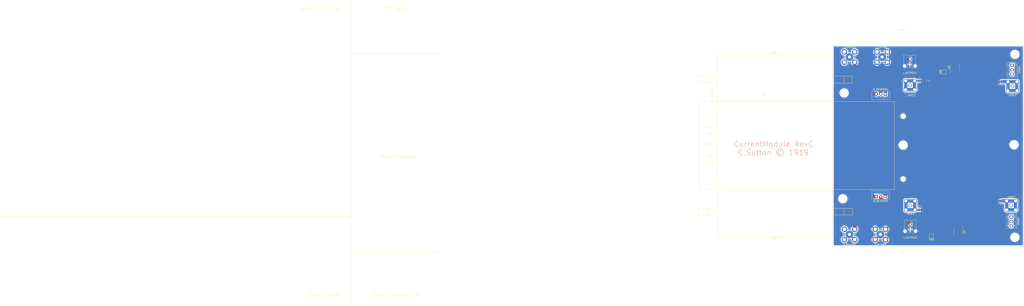
<source format=kicad_pcb>
(kicad_pcb (version 20171130) (host pcbnew "(5.1.2-1)-1")

  (general
    (thickness 1.6)
    (drawings 18)
    (tracks 46)
    (zones 0)
    (modules 35)
    (nets 34)
  )

  (page A3)
  (title_block
    (title "CurrentModule for Digital CurrentSink")
    (date 2019-05-06)
    (rev RevC)
    (comment 1 https://www.hammfg.com/files/parts/pdf/1454P.pdf)
  )

  (layers
    (0 F.Cu signal)
    (1 In1.Cu power hide)
    (2 In2.Cu power hide)
    (31 B.Cu signal)
    (32 B.Adhes user)
    (33 F.Adhes user)
    (34 B.Paste user)
    (35 F.Paste user)
    (36 B.SilkS user)
    (37 F.SilkS user)
    (38 B.Mask user)
    (39 F.Mask user)
    (40 Dwgs.User user)
    (41 Cmts.User user)
    (42 Eco1.User user)
    (43 Eco2.User user)
    (44 Edge.Cuts user)
    (45 Margin user)
    (46 B.CrtYd user)
    (47 F.CrtYd user)
    (48 B.Fab user hide)
    (49 F.Fab user hide)
  )

  (setup
    (last_trace_width 0.25)
    (user_trace_width 0.3)
    (user_trace_width 0.4)
    (user_trace_width 0.5)
    (user_trace_width 0.6)
    (user_trace_width 1)
    (user_trace_width 2)
    (user_trace_width 5)
    (user_trace_width 7)
    (user_trace_width 10)
    (user_trace_width 20)
    (trace_clearance 0.2)
    (zone_clearance 0.508)
    (zone_45_only no)
    (trace_min 0.2)
    (via_size 0.8)
    (via_drill 0.4)
    (via_min_size 0.4)
    (via_min_drill 0.3)
    (user_via 0.4 0.3)
    (user_via 0.5 0.4)
    (user_via 0.6 0.5)
    (uvia_size 0.3)
    (uvia_drill 0.1)
    (uvias_allowed no)
    (uvia_min_size 0.2)
    (uvia_min_drill 0.1)
    (edge_width 0.15)
    (segment_width 0.2)
    (pcb_text_width 0.3)
    (pcb_text_size 1.5 1.5)
    (mod_edge_width 0.15)
    (mod_text_size 0.7 0.7)
    (mod_text_width 0.15)
    (pad_size 1.524 1.524)
    (pad_drill 0.762)
    (pad_to_mask_clearance 0.2)
    (aux_axis_origin 0 0)
    (grid_origin 164.973 108.839)
    (visible_elements 7FFFFFFF)
    (pcbplotparams
      (layerselection 0x010fc_ffffffff)
      (usegerberextensions false)
      (usegerberattributes false)
      (usegerberadvancedattributes false)
      (creategerberjobfile false)
      (excludeedgelayer true)
      (linewidth 0.100000)
      (plotframeref false)
      (viasonmask false)
      (mode 1)
      (useauxorigin false)
      (hpglpennumber 1)
      (hpglpenspeed 20)
      (hpglpendiameter 15.000000)
      (psnegative false)
      (psa4output false)
      (plotreference true)
      (plotvalue true)
      (plotinvisibletext false)
      (padsonsilk false)
      (subtractmaskfromsilk false)
      (outputformat 1)
      (mirror false)
      (drillshape 0)
      (scaleselection 1)
      (outputdirectory "docs/layers/"))
  )

  (net 0 "")
  (net 1 "Net-(Q_NEGMOS1-Pad1)")
  (net 2 "Net-(Q_POSMOS1-Pad1)")
  (net 3 /CurrentSink/ADCSIG1)
  (net 4 /CurrentSink/ADCSIG2)
  (net 5 GNDS)
  (net 6 +12V)
  (net 7 -12V)
  (net 8 "Net-(JADC1-Pad2)")
  (net 9 "Net-(JADC2-Pad2)")
  (net 10 /CurrentSink/DACSIG1)
  (net 11 "Net-(JDAC1-Pad2)")
  (net 12 "Net-(JDAC2-Pad2)")
  (net 13 /CurrentSink/DACSIG2)
  (net 14 /CurrentSink/DUT_NEG)
  (net 15 /CurrentSink/DUT_POS)
  (net 16 +5V)
  (net 17 -5V)
  (net 18 "Net-(J1-Pad2)")
  (net 19 "Net-(J2-Pad2)")
  (net 20 "Net-(R13-Pad1)")
  (net 21 "Net-(R14-Pad1)")
  (net 22 "Net-(R21-Pad2)")
  (net 23 "Net-(R22-Pad1)")
  (net 24 "Net-(R23-Pad2)")
  (net 25 "Net-(R24-Pad2)")
  (net 26 "Net-(D1-Pad2)")
  (net 27 "Net-(D2-Pad1)")
  (net 28 "Net-(J_RHIGH1-Pad1)")
  (net 29 "Net-(J_RHIGH2-Pad1)")
  (net 30 +5VA)
  (net 31 -5VA)
  (net 32 "Net-(D5-Pad2)")
  (net 33 "Net-(D6-Pad1)")

  (net_class Default "This is the default net class."
    (clearance 0.2)
    (trace_width 0.25)
    (via_dia 0.8)
    (via_drill 0.4)
    (uvia_dia 0.3)
    (uvia_drill 0.1)
    (add_net +5V)
    (add_net +5VA)
    (add_net -5V)
    (add_net -5VA)
    (add_net /CurrentSink/ADCSIG1)
    (add_net /CurrentSink/ADCSIG2)
    (add_net /CurrentSink/DACSIG1)
    (add_net /CurrentSink/DACSIG2)
    (add_net /CurrentSink/DUT_NEG)
    (add_net /CurrentSink/DUT_POS)
    (add_net GNDS)
    (add_net "Net-(D1-Pad2)")
    (add_net "Net-(D2-Pad1)")
    (add_net "Net-(D5-Pad2)")
    (add_net "Net-(D6-Pad1)")
    (add_net "Net-(J1-Pad2)")
    (add_net "Net-(J1-Pad3)")
    (add_net "Net-(J2-Pad2)")
    (add_net "Net-(J2-Pad3)")
    (add_net "Net-(JADC1-Pad2)")
    (add_net "Net-(JADC2-Pad2)")
    (add_net "Net-(JDAC1-Pad2)")
    (add_net "Net-(JDAC2-Pad2)")
    (add_net "Net-(J_RHIGH1-Pad1)")
    (add_net "Net-(J_RHIGH2-Pad1)")
    (add_net "Net-(Q_NEGMOS1-Pad1)")
    (add_net "Net-(Q_POSMOS1-Pad1)")
    (add_net "Net-(R13-Pad1)")
    (add_net "Net-(R14-Pad1)")
    (add_net "Net-(R21-Pad2)")
    (add_net "Net-(R22-Pad1)")
    (add_net "Net-(R23-Pad2)")
    (add_net "Net-(R24-Pad2)")
    (add_net "Net-(U_NEGIA1-Pad1)")
    (add_net "Net-(U_NEGIA1-Pad8)")
    (add_net "Net-(U_POSIA1-Pad1)")
    (add_net "Net-(U_POSIA1-Pad8)")
  )

  (module Connector_Molex:Molex_KK-254_AE-6410-03A_1x03_P2.54mm_Vertical (layer F.Cu) (tedit 5B78013E) (tstamp 5D27E46A)
    (at 269.621 148.463 270)
    (descr "Molex KK-254 Interconnect System, old/engineering part number: AE-6410-03A example for new part number: 22-27-2031, 3 Pins (http://www.molex.com/pdm_docs/sd/022272021_sd.pdf), generated with kicad-footprint-generator")
    (tags "connector Molex KK-254 side entry")
    (path /5E00E9C0)
    (fp_text reference JPWR2 (at 2.54 -4.12 90) (layer F.SilkS)
      (effects (font (size 1 1) (thickness 0.15)))
    )
    (fp_text value Conn_01x03 (at 2.54 4.08 90) (layer F.Fab)
      (effects (font (size 1 1) (thickness 0.15)))
    )
    (fp_text user %R (at 2.54 -2.22 90) (layer F.Fab)
      (effects (font (size 1 1) (thickness 0.15)))
    )
    (fp_line (start 6.85 -3.42) (end -1.77 -3.42) (layer F.CrtYd) (width 0.05))
    (fp_line (start 6.85 3.38) (end 6.85 -3.42) (layer F.CrtYd) (width 0.05))
    (fp_line (start -1.77 3.38) (end 6.85 3.38) (layer F.CrtYd) (width 0.05))
    (fp_line (start -1.77 -3.42) (end -1.77 3.38) (layer F.CrtYd) (width 0.05))
    (fp_line (start 5.88 -2.43) (end 5.88 -3.03) (layer F.SilkS) (width 0.12))
    (fp_line (start 4.28 -2.43) (end 5.88 -2.43) (layer F.SilkS) (width 0.12))
    (fp_line (start 4.28 -3.03) (end 4.28 -2.43) (layer F.SilkS) (width 0.12))
    (fp_line (start 3.34 -2.43) (end 3.34 -3.03) (layer F.SilkS) (width 0.12))
    (fp_line (start 1.74 -2.43) (end 3.34 -2.43) (layer F.SilkS) (width 0.12))
    (fp_line (start 1.74 -3.03) (end 1.74 -2.43) (layer F.SilkS) (width 0.12))
    (fp_line (start 0.8 -2.43) (end 0.8 -3.03) (layer F.SilkS) (width 0.12))
    (fp_line (start -0.8 -2.43) (end 0.8 -2.43) (layer F.SilkS) (width 0.12))
    (fp_line (start -0.8 -3.03) (end -0.8 -2.43) (layer F.SilkS) (width 0.12))
    (fp_line (start 4.83 2.99) (end 4.83 1.99) (layer F.SilkS) (width 0.12))
    (fp_line (start 0.25 2.99) (end 0.25 1.99) (layer F.SilkS) (width 0.12))
    (fp_line (start 4.83 1.46) (end 5.08 1.99) (layer F.SilkS) (width 0.12))
    (fp_line (start 0.25 1.46) (end 4.83 1.46) (layer F.SilkS) (width 0.12))
    (fp_line (start 0 1.99) (end 0.25 1.46) (layer F.SilkS) (width 0.12))
    (fp_line (start 5.08 1.99) (end 5.08 2.99) (layer F.SilkS) (width 0.12))
    (fp_line (start 0 1.99) (end 5.08 1.99) (layer F.SilkS) (width 0.12))
    (fp_line (start 0 2.99) (end 0 1.99) (layer F.SilkS) (width 0.12))
    (fp_line (start -0.562893 0) (end -1.27 0.5) (layer F.Fab) (width 0.1))
    (fp_line (start -1.27 -0.5) (end -0.562893 0) (layer F.Fab) (width 0.1))
    (fp_line (start -1.67 -2) (end -1.67 2) (layer F.SilkS) (width 0.12))
    (fp_line (start 6.46 -3.03) (end -1.38 -3.03) (layer F.SilkS) (width 0.12))
    (fp_line (start 6.46 2.99) (end 6.46 -3.03) (layer F.SilkS) (width 0.12))
    (fp_line (start -1.38 2.99) (end 6.46 2.99) (layer F.SilkS) (width 0.12))
    (fp_line (start -1.38 -3.03) (end -1.38 2.99) (layer F.SilkS) (width 0.12))
    (fp_line (start 6.35 -2.92) (end -1.27 -2.92) (layer F.Fab) (width 0.1))
    (fp_line (start 6.35 2.88) (end 6.35 -2.92) (layer F.Fab) (width 0.1))
    (fp_line (start -1.27 2.88) (end 6.35 2.88) (layer F.Fab) (width 0.1))
    (fp_line (start -1.27 -2.92) (end -1.27 2.88) (layer F.Fab) (width 0.1))
    (pad 3 thru_hole oval (at 5.08 0 270) (size 1.74 2.2) (drill 1.2) (layers *.Cu *.Mask)
      (net 33 "Net-(D6-Pad1)"))
    (pad 2 thru_hole oval (at 2.54 0 270) (size 1.74 2.2) (drill 1.2) (layers *.Cu *.Mask)
      (net 5 GNDS))
    (pad 1 thru_hole roundrect (at 0 0 270) (size 1.74 2.2) (drill 1.2) (layers *.Cu *.Mask) (roundrect_rratio 0.143678)
      (net 32 "Net-(D5-Pad2)"))
    (model ${KISYS3DMOD}/Connector_Molex.3dshapes/Molex_KK-254_AE-6410-03A_1x03_P2.54mm_Vertical.wrl
      (at (xyz 0 0 0))
      (scale (xyz 1 1 1))
      (rotate (xyz 0 0 0))
    )
  )

  (module MountingHole:MountingHole_4.3mm_M4_ISO14580 locked (layer F.Cu) (tedit 5CD151B3) (tstamp 5D27ADC9)
    (at 208.153 107.569)
    (descr "Mounting Hole 4.3mm, no annular, M4, ISO14580")
    (tags "mounting hole 4.3mm no annular m4 iso14580")
    (attr virtual)
    (fp_text reference REF** (at 0 0.381) (layer F.SilkS) hide
      (effects (font (size 0.7 0.7) (thickness 0.15)))
    )
    (fp_text value MountingHole_4.3mm_M4_ISO14580 (at 0 4.5) (layer F.Fab)
      (effects (font (size 0.7 0.7) (thickness 0.15)))
    )
    (fp_circle (center 0 0) (end 3.75 0) (layer F.CrtYd) (width 0.05))
    (fp_circle (center 0 0) (end 3.5 0) (layer Cmts.User) (width 0.15))
    (fp_text user %R (at 0.3 0) (layer F.Fab)
      (effects (font (size 0.7 0.7) (thickness 0.15)))
    )
    (pad 1 np_thru_hole circle (at 0 0) (size 4.3 4.3) (drill 4.3) (layers *.Cu *.Mask))
  )

  (module MountingHole:MountingHole_2.2mm_M2 locked (layer F.Cu) (tedit 56D1B4CB) (tstamp 5D27A593)
    (at 208.153 126.873)
    (descr "Mounting Hole 2.2mm, no annular, M2")
    (tags "mounting hole 2.2mm no annular m2")
    (attr virtual)
    (fp_text reference REF** (at 0 41.402) (layer F.SilkS)
      (effects (font (size 1 1) (thickness 0.15)))
    )
    (fp_text value MountingHole_2.2mm_M2 (at 0 3.2) (layer F.Fab)
      (effects (font (size 1 1) (thickness 0.15)))
    )
    (fp_circle (center 0 0) (end 2.45 0) (layer F.CrtYd) (width 0.05))
    (fp_circle (center 0 0) (end 2.2 0) (layer Cmts.User) (width 0.15))
    (fp_text user %R (at 0.3 0) (layer F.Fab)
      (effects (font (size 1 1) (thickness 0.15)))
    )
    (pad 1 np_thru_hole circle (at 0 0) (size 2.2 2.2) (drill 2.2) (layers *.Cu *.Mask))
  )

  (module MountingHole:MountingHole_2.2mm_M2 locked (layer F.Cu) (tedit 56D1B4CB) (tstamp 5D27A56F)
    (at 208.153 91.059)
    (descr "Mounting Hole 2.2mm, no annular, M2")
    (tags "mounting hole 2.2mm no annular m2")
    (attr virtual)
    (fp_text reference REF** (at 0 -49.022) (layer F.SilkS)
      (effects (font (size 1 1) (thickness 0.15)))
    )
    (fp_text value MountingHole_2.2mm_M2 (at 0 3.2) (layer F.Fab)
      (effects (font (size 1 1) (thickness 0.15)))
    )
    (fp_circle (center 0 0) (end 2.45 0) (layer F.CrtYd) (width 0.05))
    (fp_circle (center 0 0) (end 2.2 0) (layer Cmts.User) (width 0.15))
    (fp_text user %R (at 0.3 0) (layer F.Fab)
      (effects (font (size 1 1) (thickness 0.15)))
    )
    (pad 1 np_thru_hole circle (at 0 0) (size 2.2 2.2) (drill 2.2) (layers *.Cu *.Mask))
  )

  (module AlumHousedResistors:TEConn_HSC100_ExtConn locked (layer F.Cu) (tedit 5D26542E) (tstamp 5D277536)
    (at 135.509 145.415 180)
    (fp_text reference REF** (at 0 -15.24) (layer F.SilkS)
      (effects (font (size 1 1) (thickness 0.15)))
    )
    (fp_text value TEConn_HSC100_ExtConn (at 0 -13.97) (layer F.Fab)
      (effects (font (size 1 1) (thickness 0.15)))
    )
    (fp_line (start 38.83406 -1.9939) (end 38.84422 2.01676) (layer F.SilkS) (width 0.15))
    (fp_line (start -32.893 -14.224) (end 32.6136 -14.1986) (layer F.SilkS) (width 0.15))
    (fp_line (start -32.893 11.811) (end -32.893 -14.224) (layer F.SilkS) (width 0.15))
    (fp_line (start 43.688 -1.99136) (end 32.6136 -1.99136) (layer F.SilkS) (width 0.15))
    (fp_line (start -32.893 11.811) (end 32.6136 11.811) (layer F.SilkS) (width 0.15))
    (fp_line (start 32.6136 11.811) (end 32.6136 -14.1986) (layer F.SilkS) (width 0.15))
    (fp_line (start 43.688 2.0193) (end 32.6136 2.0193) (layer F.SilkS) (width 0.15))
    (fp_line (start 43.688 -1.99136) (end 43.688 2.0193) (layer F.SilkS) (width 0.15))
    (fp_line (start -43.89374 -1.8923) (end -32.893 -1.8923) (layer F.SilkS) (width 0.15))
    (fp_line (start -43.89374 1.905) (end -32.893 1.90754) (layer F.SilkS) (width 0.15))
    (fp_line (start -43.89374 1.905) (end -43.89374 -1.8923) (layer F.SilkS) (width 0.15))
    (fp_line (start -38.98392 -1.8923) (end -38.98392 1.905) (layer F.SilkS) (width 0.15))
    (model ${KIPRJMOD}/lib/3d/ArcolHS100Power_resistor.step
      (offset (xyz -22 -9.5 21.5))
      (scale (xyz 1 1 1))
      (rotate (xyz 90 90 0))
    )
  )

  (module AlumHousedResistors:TEConn_HSC100_ExtConn locked (layer F.Cu) (tedit 5D26542E) (tstamp 5D277525)
    (at 135.509 70.231)
    (fp_text reference REF** (at 0 -15.24) (layer F.SilkS)
      (effects (font (size 1 1) (thickness 0.15)))
    )
    (fp_text value TEConn_HSC100_ExtConn (at 0 -13.97) (layer F.Fab)
      (effects (font (size 1 1) (thickness 0.15)))
    )
    (fp_line (start -38.98392 -1.8923) (end -38.98392 1.905) (layer F.SilkS) (width 0.15))
    (fp_line (start -43.89374 1.905) (end -43.89374 -1.8923) (layer F.SilkS) (width 0.15))
    (fp_line (start -43.89374 1.905) (end -32.893 1.90754) (layer F.SilkS) (width 0.15))
    (fp_line (start -43.89374 -1.8923) (end -32.893 -1.8923) (layer F.SilkS) (width 0.15))
    (fp_line (start 43.688 -1.99136) (end 43.688 2.0193) (layer F.SilkS) (width 0.15))
    (fp_line (start 43.688 2.0193) (end 32.6136 2.0193) (layer F.SilkS) (width 0.15))
    (fp_line (start 32.6136 11.811) (end 32.6136 -14.1986) (layer F.SilkS) (width 0.15))
    (fp_line (start -32.893 11.811) (end 32.6136 11.811) (layer F.SilkS) (width 0.15))
    (fp_line (start 43.688 -1.99136) (end 32.6136 -1.99136) (layer F.SilkS) (width 0.15))
    (fp_line (start -32.893 11.811) (end -32.893 -14.224) (layer F.SilkS) (width 0.15))
    (fp_line (start -32.893 -14.224) (end 32.6136 -14.1986) (layer F.SilkS) (width 0.15))
    (fp_line (start 38.83406 -1.9939) (end 38.84422 2.01676) (layer F.SilkS) (width 0.15))
    (model ${KIPRJMOD}/lib/3d/ArcolHS100Power_resistor.step
      (offset (xyz -23 -10 24))
      (scale (xyz 1 1 1))
      (rotate (xyz 90 90 0))
    )
  )

  (module 1458G4_OUTLINE:1458G4 locked (layer F.Cu) (tedit 5CD161CB) (tstamp 5D136E0F)
    (at -179.197 111.379)
    (fp_text reference REF** (at -80.01 -96.52) (layer F.SilkS) hide
      (effects (font (size 1 1) (thickness 0.15)))
    )
    (fp_text value 1458G4 (at -80.01 -93.98) (layer F.Fab)
      (effects (font (size 1 1) (thickness 0.15)))
    )
    (fp_line (start -125.73 87.63) (end -125.73 -86.36) (layer Dwgs.User) (width 0.15))
    (fp_line (start 124.46 87.63) (end -125.73 87.63) (layer Dwgs.User) (width 0.15))
    (fp_line (start 124.46 -86.36) (end 124.46 87.63) (layer Dwgs.User) (width 0.15))
    (fp_line (start -125.73 -86.36) (end 124.46 -86.36) (layer Dwgs.User) (width 0.15))
    (fp_line (start 73.66 -86.36) (end 73.66 87.63) (layer F.SilkS) (width 0.15))
    (fp_line (start 73.66 -55.88) (end 124.46 -55.88) (layer F.SilkS) (width 0.15))
    (fp_line (start -125.73 36.83) (end 73.66 36.83) (layer F.SilkS) (width 0.15))
    (fp_line (start 73.66 57.15) (end 124.46 57.15) (layer F.SilkS) (width 0.15))
    (fp_text user "IEC Input" (at 99.06 -81.28) (layer F.SilkS)
      (effects (font (size 2 2) (thickness 0.15)))
    )
    (fp_text user "Analog Section" (at 56.388 -81.28) (layer F.SilkS)
      (effects (font (size 2 2) (thickness 0.15)))
    )
    (fp_text user "Front Panel" (at 58.42 81.28) (layer F.SilkS)
      (effects (font (size 2 2) (thickness 0.15)))
    )
    (fp_text user "Front Connectors" (at 99.06 81.28) (layer F.SilkS)
      (effects (font (size 2 2) (thickness 0.15)))
    )
    (fp_text user "Power Supply" (at 100.33 2.54) (layer F.SilkS)
      (effects (font (size 2 2) (thickness 0.15)))
    )
  )

  (module MountingHole:MountingHole_4.3mm_M4_ISO14580 locked (layer F.Cu) (tedit 5CD15151) (tstamp 5CD147C3)
    (at 271.145 107.315)
    (descr "Mounting Hole 4.3mm, no annular, M4, ISO14580")
    (tags "mounting hole 4.3mm no annular m4 iso14580")
    (attr virtual)
    (fp_text reference REF** (at 0 0) (layer F.SilkS) hide
      (effects (font (size 0.7 0.7) (thickness 0.15)))
    )
    (fp_text value MountingHole_4.3mm_M4_ISO14580 (at 0 4.5) (layer F.Fab)
      (effects (font (size 0.7 0.7) (thickness 0.15)))
    )
    (fp_text user %R (at 0.3 0) (layer F.Fab)
      (effects (font (size 0.7 0.7) (thickness 0.15)))
    )
    (fp_circle (center 0 0) (end 3.5 0) (layer Cmts.User) (width 0.15))
    (fp_circle (center 0 0) (end 3.75 0) (layer F.CrtYd) (width 0.05))
    (pad 1 np_thru_hole circle (at 0 0) (size 4.3 4.3) (drill 4.3) (layers *.Cu *.Mask))
  )

  (module MountingHole:MountingHole_4.3mm_M4_ISO14580 locked (layer F.Cu) (tedit 5CD151BA) (tstamp 5CD152CD)
    (at 141.351 35.687)
    (descr "Mounting Hole 4.3mm, no annular, M4, ISO14580")
    (tags "mounting hole 4.3mm no annular m4 iso14580")
    (attr virtual)
    (fp_text reference REF** (at 0 0) (layer F.SilkS) hide
      (effects (font (size 0.7 0.7) (thickness 0.15)))
    )
    (fp_text value MountingHole_4.3mm_M4_ISO14580 (at 0 4.5) (layer F.Fab)
      (effects (font (size 0.7 0.7) (thickness 0.15)))
    )
    (fp_circle (center 0 0) (end 3.75 0) (layer F.CrtYd) (width 0.05))
    (fp_circle (center 0 0) (end 3.5 0) (layer Cmts.User) (width 0.15))
    (fp_text user %R (at 0.3 0) (layer F.Fab)
      (effects (font (size 0.7 0.7) (thickness 0.15)))
    )
    (pad 1 np_thru_hole circle (at 0 0) (size 4.3 4.3) (drill 4.3) (layers *.Cu *.Mask))
  )

  (module MountingHole:MountingHole_4.3mm_M4_ISO14580 locked (layer F.Cu) (tedit 5CD151B3) (tstamp 5CD14A8F)
    (at 271.653 55.88)
    (descr "Mounting Hole 4.3mm, no annular, M4, ISO14580")
    (tags "mounting hole 4.3mm no annular m4 iso14580")
    (attr virtual)
    (fp_text reference REF** (at 0 0.381) (layer F.SilkS) hide
      (effects (font (size 0.7 0.7) (thickness 0.15)))
    )
    (fp_text value MountingHole_4.3mm_M4_ISO14580 (at 0 4.5) (layer F.Fab)
      (effects (font (size 0.7 0.7) (thickness 0.15)))
    )
    (fp_text user %R (at 0.3 0) (layer F.Fab)
      (effects (font (size 0.7 0.7) (thickness 0.15)))
    )
    (fp_circle (center 0 0) (end 3.5 0) (layer Cmts.User) (width 0.15))
    (fp_circle (center 0 0) (end 3.75 0) (layer F.CrtYd) (width 0.05))
    (pad 1 np_thru_hole circle (at 0 0) (size 4.3 4.3) (drill 4.3) (layers *.Cu *.Mask))
  )

  (module MountingHole:MountingHole_4.3mm_M4_ISO14580 locked (layer F.Cu) (tedit 5CD1514E) (tstamp 5CD1B6B4)
    (at 271.653 160.02)
    (descr "Mounting Hole 4.3mm, no annular, M4, ISO14580")
    (tags "mounting hole 4.3mm no annular m4 iso14580")
    (attr virtual)
    (fp_text reference REF** (at 0 -0.127) (layer F.SilkS) hide
      (effects (font (size 0.7 0.7) (thickness 0.15)))
    )
    (fp_text value MountingHole_4.3mm_M4_ISO14580 (at 0 4.5) (layer F.Fab)
      (effects (font (size 0.7 0.7) (thickness 0.15)))
    )
    (fp_circle (center 0 0) (end 3.75 0) (layer F.CrtYd) (width 0.05))
    (fp_circle (center 0 0) (end 3.5 0) (layer Cmts.User) (width 0.15))
    (fp_text user %R (at 0.3 0) (layer F.Fab)
      (effects (font (size 0.7 0.7) (thickness 0.15)))
    )
    (pad 1 np_thru_hole circle (at 0 0) (size 4.3 4.3) (drill 4.3) (layers *.Cu *.Mask))
  )

  (module MountingHole:MountingHole_4.3mm_M4_ISO14580 locked (layer F.Cu) (tedit 5CD1515E) (tstamp 5D136D5F)
    (at 173.863 138.049)
    (descr "Mounting Hole 4.3mm, no annular, M4, ISO14580")
    (tags "mounting hole 4.3mm no annular m4 iso14580")
    (attr virtual)
    (fp_text reference REF** (at -14.478 42.672) (layer F.SilkS) hide
      (effects (font (size 0.7 0.7) (thickness 0.15)))
    )
    (fp_text value MountingHole_4.3mm_M4_ISO14580 (at 0 4.5) (layer F.Fab)
      (effects (font (size 0.7 0.7) (thickness 0.15)))
    )
    (fp_text user %R (at 0.3 0) (layer F.Fab)
      (effects (font (size 0.7 0.7) (thickness 0.15)))
    )
    (fp_circle (center 0 0) (end 3.5 0) (layer Cmts.User) (width 0.15))
    (fp_circle (center 0 0) (end 3.75 0) (layer F.CrtYd) (width 0.05))
    (pad 1 np_thru_hole circle (at 0 0) (size 4.3 4.3) (drill 4.3) (layers *.Cu *.Mask))
  )

  (module MountingHole:MountingHole_4.3mm_M4_ISO14580 locked (layer F.Cu) (tedit 5CD151C0) (tstamp 5D10F585)
    (at 174.625 77.851)
    (descr "Mounting Hole 4.3mm, no annular, M4, ISO14580")
    (tags "mounting hole 4.3mm no annular m4 iso14580")
    (attr virtual)
    (fp_text reference REF** (at -0.254 0) (layer F.SilkS) hide
      (effects (font (size 0.7 0.7) (thickness 0.15)))
    )
    (fp_text value MountingHole_4.3mm_M4_ISO14580 (at 0 4.5) (layer F.Fab)
      (effects (font (size 0.7 0.7) (thickness 0.15)))
    )
    (fp_circle (center 0 0) (end 3.75 0) (layer F.CrtYd) (width 0.05))
    (fp_circle (center 0 0) (end 3.5 0) (layer Cmts.User) (width 0.15))
    (fp_text user %R (at 0.3 0) (layer F.Fab)
      (effects (font (size 0.7 0.7) (thickness 0.15)))
    )
    (pad 1 np_thru_hole circle (at 0 0) (size 4.3 4.3) (drill 4.3) (layers *.Cu *.Mask))
  )

  (module Connector_Coaxial:SMA_Amphenol_901-144_Vertical (layer F.Cu) (tedit 5B2F4C32) (tstamp 5D1332F7)
    (at 270.256 73.9902)
    (descr https://www.amphenolrf.com/downloads/dl/file/id/7023/product/3103/901_144_customer_drawing.pdf)
    (tags "SMA THT Female Jack Vertical")
    (path /5CAD35C8)
    (fp_text reference JADC1 (at 0 5.08) (layer F.SilkS)
      (effects (font (size 1 1) (thickness 0.15)))
    )
    (fp_text value SMA_RG402_Coax (at 0 5) (layer F.Fab)
      (effects (font (size 1 1) (thickness 0.15)))
    )
    (fp_circle (center 0 0) (end 3.175 0) (layer F.Fab) (width 0.1))
    (fp_line (start 4.17 4.17) (end -4.17 4.17) (layer F.CrtYd) (width 0.05))
    (fp_line (start 4.17 4.17) (end 4.17 -4.17) (layer F.CrtYd) (width 0.05))
    (fp_line (start -4.17 -4.17) (end -4.17 4.17) (layer F.CrtYd) (width 0.05))
    (fp_line (start -4.17 -4.17) (end 4.17 -4.17) (layer F.CrtYd) (width 0.05))
    (fp_line (start -3.175 -3.175) (end 3.175 -3.175) (layer F.Fab) (width 0.1))
    (fp_line (start -3.175 -3.175) (end -3.175 3.175) (layer F.Fab) (width 0.1))
    (fp_line (start -3.175 3.175) (end 3.175 3.175) (layer F.Fab) (width 0.1))
    (fp_line (start 3.175 -3.175) (end 3.175 3.175) (layer F.Fab) (width 0.1))
    (fp_line (start -3.355 -1.45) (end -3.355 1.45) (layer F.SilkS) (width 0.12))
    (fp_line (start 3.355 -1.45) (end 3.355 1.45) (layer F.SilkS) (width 0.12))
    (fp_line (start -1.45 3.355) (end 1.45 3.355) (layer F.SilkS) (width 0.12))
    (fp_line (start -1.45 -3.355) (end 1.45 -3.355) (layer F.SilkS) (width 0.12))
    (fp_text user %R (at 0 0) (layer F.Fab)
      (effects (font (size 1 1) (thickness 0.15)))
    )
    (pad 1 thru_hole circle (at 0 0) (size 2.05 2.05) (drill 1.5) (layers *.Cu *.Mask)
      (net 3 /CurrentSink/ADCSIG1))
    (pad 2 thru_hole circle (at 2.54 2.54) (size 2.25 2.25) (drill 1.7) (layers *.Cu *.Mask)
      (net 8 "Net-(JADC1-Pad2)"))
    (pad 2 thru_hole circle (at 2.54 -2.54) (size 2.25 2.25) (drill 1.7) (layers *.Cu *.Mask)
      (net 8 "Net-(JADC1-Pad2)"))
    (pad 2 thru_hole circle (at -2.54 -2.54) (size 2.25 2.25) (drill 1.7) (layers *.Cu *.Mask)
      (net 8 "Net-(JADC1-Pad2)"))
    (pad 2 thru_hole circle (at -2.54 2.54) (size 2.25 2.25) (drill 1.7) (layers *.Cu *.Mask)
      (net 8 "Net-(JADC1-Pad2)"))
    (model ${KIPRJMOD}/lib/3d/78m7270_5-1814832-1.stp
      (offset (xyz 0 0 9.5))
      (scale (xyz 1 1 1))
      (rotate (xyz 0 0 0))
    )
  )

  (module Connector_Coaxial:SMA_Amphenol_901-144_Vertical (layer F.Cu) (tedit 5B2F4C32) (tstamp 5D13330E)
    (at 269.4686 141.8336 180)
    (descr https://www.amphenolrf.com/downloads/dl/file/id/7023/product/3103/901_144_customer_drawing.pdf)
    (tags "SMA THT Female Jack Vertical")
    (path /5CAD35F2)
    (fp_text reference JADC2 (at 0 4.699) (layer F.SilkS)
      (effects (font (size 1 1) (thickness 0.15)))
    )
    (fp_text value SMA_RG402_Coax (at 0 5) (layer F.Fab)
      (effects (font (size 1 1) (thickness 0.15)))
    )
    (fp_text user %R (at 0 0) (layer F.Fab)
      (effects (font (size 1 1) (thickness 0.15)))
    )
    (fp_line (start -1.45 -3.355) (end 1.45 -3.355) (layer F.SilkS) (width 0.12))
    (fp_line (start -1.45 3.355) (end 1.45 3.355) (layer F.SilkS) (width 0.12))
    (fp_line (start 3.355 -1.45) (end 3.355 1.45) (layer F.SilkS) (width 0.12))
    (fp_line (start -3.355 -1.45) (end -3.355 1.45) (layer F.SilkS) (width 0.12))
    (fp_line (start 3.175 -3.175) (end 3.175 3.175) (layer F.Fab) (width 0.1))
    (fp_line (start -3.175 3.175) (end 3.175 3.175) (layer F.Fab) (width 0.1))
    (fp_line (start -3.175 -3.175) (end -3.175 3.175) (layer F.Fab) (width 0.1))
    (fp_line (start -3.175 -3.175) (end 3.175 -3.175) (layer F.Fab) (width 0.1))
    (fp_line (start -4.17 -4.17) (end 4.17 -4.17) (layer F.CrtYd) (width 0.05))
    (fp_line (start -4.17 -4.17) (end -4.17 4.17) (layer F.CrtYd) (width 0.05))
    (fp_line (start 4.17 4.17) (end 4.17 -4.17) (layer F.CrtYd) (width 0.05))
    (fp_line (start 4.17 4.17) (end -4.17 4.17) (layer F.CrtYd) (width 0.05))
    (fp_circle (center 0 0) (end 3.175 0) (layer F.Fab) (width 0.1))
    (pad 2 thru_hole circle (at -2.54 2.54 180) (size 2.25 2.25) (drill 1.7) (layers *.Cu *.Mask)
      (net 9 "Net-(JADC2-Pad2)"))
    (pad 2 thru_hole circle (at -2.54 -2.54 180) (size 2.25 2.25) (drill 1.7) (layers *.Cu *.Mask)
      (net 9 "Net-(JADC2-Pad2)"))
    (pad 2 thru_hole circle (at 2.54 -2.54 180) (size 2.25 2.25) (drill 1.7) (layers *.Cu *.Mask)
      (net 9 "Net-(JADC2-Pad2)"))
    (pad 2 thru_hole circle (at 2.54 2.54 180) (size 2.25 2.25) (drill 1.7) (layers *.Cu *.Mask)
      (net 9 "Net-(JADC2-Pad2)"))
    (pad 1 thru_hole circle (at 0 0 180) (size 2.05 2.05) (drill 1.5) (layers *.Cu *.Mask)
      (net 4 /CurrentSink/ADCSIG2))
    (model ${KIPRJMOD}/lib/3d/78m7270_5-1814832-1.stp
      (offset (xyz 0 0 9.5))
      (scale (xyz 1 1 1))
      (rotate (xyz 0 0 0))
    )
  )

  (module Connector_Coaxial:SMA_Amphenol_901-144_Vertical (layer F.Cu) (tedit 5B2F4C32) (tstamp 5D0DA5B8)
    (at 212.09 73.4568)
    (descr https://www.amphenolrf.com/downloads/dl/file/id/7023/product/3103/901_144_customer_drawing.pdf)
    (tags "SMA THT Female Jack Vertical")
    (path /5D09BADF)
    (fp_text reference JDAC1 (at 0.635 5.715) (layer F.SilkS)
      (effects (font (size 1 1) (thickness 0.15)))
    )
    (fp_text value SMA_RG402_Coax (at 0 5) (layer F.Fab)
      (effects (font (size 1 1) (thickness 0.15)))
    )
    (fp_circle (center 0 0) (end 3.175 0) (layer F.Fab) (width 0.1))
    (fp_line (start 4.17 4.17) (end -4.17 4.17) (layer F.CrtYd) (width 0.05))
    (fp_line (start 4.17 4.17) (end 4.17 -4.17) (layer F.CrtYd) (width 0.05))
    (fp_line (start -4.17 -4.17) (end -4.17 4.17) (layer F.CrtYd) (width 0.05))
    (fp_line (start -4.17 -4.17) (end 4.17 -4.17) (layer F.CrtYd) (width 0.05))
    (fp_line (start -3.175 -3.175) (end 3.175 -3.175) (layer F.Fab) (width 0.1))
    (fp_line (start -3.175 -3.175) (end -3.175 3.175) (layer F.Fab) (width 0.1))
    (fp_line (start -3.175 3.175) (end 3.175 3.175) (layer F.Fab) (width 0.1))
    (fp_line (start 3.175 -3.175) (end 3.175 3.175) (layer F.Fab) (width 0.1))
    (fp_line (start -3.355 -1.45) (end -3.355 1.45) (layer F.SilkS) (width 0.12))
    (fp_line (start 3.355 -1.45) (end 3.355 1.45) (layer F.SilkS) (width 0.12))
    (fp_line (start -1.45 3.355) (end 1.45 3.355) (layer F.SilkS) (width 0.12))
    (fp_line (start -1.45 -3.355) (end 1.45 -3.355) (layer F.SilkS) (width 0.12))
    (fp_text user %R (at 0 0) (layer F.Fab)
      (effects (font (size 1 1) (thickness 0.15)))
    )
    (pad 1 thru_hole circle (at 0 0) (size 2.05 2.05) (drill 1.5) (layers *.Cu *.Mask)
      (net 10 /CurrentSink/DACSIG1))
    (pad 2 thru_hole circle (at 2.54 2.54) (size 2.25 2.25) (drill 1.7) (layers *.Cu *.Mask)
      (net 11 "Net-(JDAC1-Pad2)"))
    (pad 2 thru_hole circle (at 2.54 -2.54) (size 2.25 2.25) (drill 1.7) (layers *.Cu *.Mask)
      (net 11 "Net-(JDAC1-Pad2)"))
    (pad 2 thru_hole circle (at -2.54 -2.54) (size 2.25 2.25) (drill 1.7) (layers *.Cu *.Mask)
      (net 11 "Net-(JDAC1-Pad2)"))
    (pad 2 thru_hole circle (at -2.54 2.54) (size 2.25 2.25) (drill 1.7) (layers *.Cu *.Mask)
      (net 11 "Net-(JDAC1-Pad2)"))
    (model ${KIPRJMOD}/lib/3d/78m7270_5-1814832-1.stp
      (offset (xyz 0 0 9))
      (scale (xyz 1 1 1))
      (rotate (xyz 0 0 0))
    )
  )

  (module Connector_Coaxial:SMA_Amphenol_901-144_Vertical (layer F.Cu) (tedit 5B2F4C32) (tstamp 5D13333C)
    (at 212.2424 141.859)
    (descr https://www.amphenolrf.com/downloads/dl/file/id/7023/product/3103/901_144_customer_drawing.pdf)
    (tags "SMA THT Female Jack Vertical")
    (path /5D09BAE5)
    (fp_text reference JDAC2 (at 0 4.699) (layer F.SilkS)
      (effects (font (size 1 1) (thickness 0.15)))
    )
    (fp_text value SMA_RG402_Coax (at 0 5) (layer F.Fab)
      (effects (font (size 1 1) (thickness 0.15)))
    )
    (fp_text user %R (at 0 0) (layer F.Fab)
      (effects (font (size 1 1) (thickness 0.15)))
    )
    (fp_line (start -1.45 -3.355) (end 1.45 -3.355) (layer F.SilkS) (width 0.12))
    (fp_line (start -1.45 3.355) (end 1.45 3.355) (layer F.SilkS) (width 0.12))
    (fp_line (start 3.355 -1.45) (end 3.355 1.45) (layer F.SilkS) (width 0.12))
    (fp_line (start -3.355 -1.45) (end -3.355 1.45) (layer F.SilkS) (width 0.12))
    (fp_line (start 3.175 -3.175) (end 3.175 3.175) (layer F.Fab) (width 0.1))
    (fp_line (start -3.175 3.175) (end 3.175 3.175) (layer F.Fab) (width 0.1))
    (fp_line (start -3.175 -3.175) (end -3.175 3.175) (layer F.Fab) (width 0.1))
    (fp_line (start -3.175 -3.175) (end 3.175 -3.175) (layer F.Fab) (width 0.1))
    (fp_line (start -4.17 -4.17) (end 4.17 -4.17) (layer F.CrtYd) (width 0.05))
    (fp_line (start -4.17 -4.17) (end -4.17 4.17) (layer F.CrtYd) (width 0.05))
    (fp_line (start 4.17 4.17) (end 4.17 -4.17) (layer F.CrtYd) (width 0.05))
    (fp_line (start 4.17 4.17) (end -4.17 4.17) (layer F.CrtYd) (width 0.05))
    (fp_circle (center 0 0) (end 3.175 0) (layer F.Fab) (width 0.1))
    (pad 2 thru_hole circle (at -2.54 2.54) (size 2.25 2.25) (drill 1.7) (layers *.Cu *.Mask)
      (net 12 "Net-(JDAC2-Pad2)"))
    (pad 2 thru_hole circle (at -2.54 -2.54) (size 2.25 2.25) (drill 1.7) (layers *.Cu *.Mask)
      (net 12 "Net-(JDAC2-Pad2)"))
    (pad 2 thru_hole circle (at 2.54 -2.54) (size 2.25 2.25) (drill 1.7) (layers *.Cu *.Mask)
      (net 12 "Net-(JDAC2-Pad2)"))
    (pad 2 thru_hole circle (at 2.54 2.54) (size 2.25 2.25) (drill 1.7) (layers *.Cu *.Mask)
      (net 12 "Net-(JDAC2-Pad2)"))
    (pad 1 thru_hole circle (at 0 0) (size 2.05 2.05) (drill 1.5) (layers *.Cu *.Mask)
      (net 13 /CurrentSink/DACSIG2))
    (model ${KIPRJMOD}/lib/3d/78m7270_5-1814832-1.stp
      (offset (xyz 0 0 9.5))
      (scale (xyz 1 1 1))
      (rotate (xyz 0 0 0))
    )
  )

  (module Jumper:SolderJumper-2_P1.3mm_Bridged_Pad1.0x1.5mm (layer B.Cu) (tedit 5C756AB2) (tstamp 5D0DA586)
    (at 217.82 70.9168)
    (descr "SMD Solder Jumper, 1x1.5mm Pads, 0.3mm gap, bridged with 1 copper strip")
    (tags "solder jumper open")
    (path /5D30EC8D)
    (zone_connect 2)
    (attr virtual)
    (fp_text reference JP1 (at 4.43 0) (layer B.SilkS)
      (effects (font (size 1 1) (thickness 0.15)) (justify mirror))
    )
    (fp_text value Isolation (at 0 -1.9) (layer B.Fab)
      (effects (font (size 1 1) (thickness 0.15)) (justify mirror))
    )
    (fp_poly (pts (xy -0.25 0.3) (xy 0.25 0.3) (xy 0.25 -0.3) (xy -0.25 -0.3)) (layer B.Cu) (width 0))
    (fp_line (start 1.65 -1.25) (end -1.65 -1.25) (layer B.CrtYd) (width 0.05))
    (fp_line (start 1.65 -1.25) (end 1.65 1.25) (layer B.CrtYd) (width 0.05))
    (fp_line (start -1.65 1.25) (end -1.65 -1.25) (layer B.CrtYd) (width 0.05))
    (fp_line (start -1.65 1.25) (end 1.65 1.25) (layer B.CrtYd) (width 0.05))
    (fp_line (start -1.4 1) (end 1.4 1) (layer B.SilkS) (width 0.12))
    (fp_line (start 1.4 1) (end 1.4 -1) (layer B.SilkS) (width 0.12))
    (fp_line (start 1.4 -1) (end -1.4 -1) (layer B.SilkS) (width 0.12))
    (fp_line (start -1.4 -1) (end -1.4 1) (layer B.SilkS) (width 0.12))
    (pad 2 smd rect (at 0.65 0) (size 1 1.5) (layers B.Cu B.Mask)
      (net 5 GNDS) (zone_connect 2))
    (pad 1 smd rect (at -0.65 0) (size 1 1.5) (layers B.Cu B.Mask)
      (net 11 "Net-(JDAC1-Pad2)") (zone_connect 2))
  )

  (module Jumper:SolderJumper-2_P1.3mm_Bridged_Pad1.0x1.5mm (layer B.Cu) (tedit 5C756AB2) (tstamp 5D0FC30B)
    (at 217.9574 144.399)
    (descr "SMD Solder Jumper, 1x1.5mm Pads, 0.3mm gap, bridged with 1 copper strip")
    (tags "solder jumper open")
    (path /5D31137D)
    (zone_connect 2)
    (attr virtual)
    (fp_text reference JP2 (at 0 -1.905) (layer B.SilkS)
      (effects (font (size 1 1) (thickness 0.15)) (justify mirror))
    )
    (fp_text value Isolation (at 0 -1.9) (layer B.Fab)
      (effects (font (size 1 1) (thickness 0.15)) (justify mirror))
    )
    (fp_line (start -1.4 -1) (end -1.4 1) (layer B.SilkS) (width 0.12))
    (fp_line (start 1.4 -1) (end -1.4 -1) (layer B.SilkS) (width 0.12))
    (fp_line (start 1.4 1) (end 1.4 -1) (layer B.SilkS) (width 0.12))
    (fp_line (start -1.4 1) (end 1.4 1) (layer B.SilkS) (width 0.12))
    (fp_line (start -1.65 1.25) (end 1.65 1.25) (layer B.CrtYd) (width 0.05))
    (fp_line (start -1.65 1.25) (end -1.65 -1.25) (layer B.CrtYd) (width 0.05))
    (fp_line (start 1.65 -1.25) (end 1.65 1.25) (layer B.CrtYd) (width 0.05))
    (fp_line (start 1.65 -1.25) (end -1.65 -1.25) (layer B.CrtYd) (width 0.05))
    (fp_poly (pts (xy -0.25 0.3) (xy 0.25 0.3) (xy 0.25 -0.3) (xy -0.25 -0.3)) (layer B.Cu) (width 0))
    (pad 1 smd rect (at -0.65 0) (size 1 1.5) (layers B.Cu B.Mask)
      (net 12 "Net-(JDAC2-Pad2)") (zone_connect 2))
    (pad 2 smd rect (at 0.65 0) (size 1 1.5) (layers B.Cu B.Mask)
      (net 5 GNDS) (zone_connect 2))
  )

  (module Jumper:SolderJumper-2_P1.3mm_Bridged_Pad1.0x1.5mm (layer B.Cu) (tedit 5C756AB2) (tstamp 5D13338D)
    (at 263.271 71.4502)
    (descr "SMD Solder Jumper, 1x1.5mm Pads, 0.3mm gap, bridged with 1 copper strip")
    (tags "solder jumper open")
    (path /5D312C46)
    (zone_connect 2)
    (attr virtual)
    (fp_text reference JP3 (at 0 1.8) (layer B.SilkS)
      (effects (font (size 1 1) (thickness 0.15)) (justify mirror))
    )
    (fp_text value Isolation (at 0 -1.9) (layer B.Fab)
      (effects (font (size 1 1) (thickness 0.15)) (justify mirror))
    )
    (fp_line (start -1.4 -1) (end -1.4 1) (layer B.SilkS) (width 0.12))
    (fp_line (start 1.4 -1) (end -1.4 -1) (layer B.SilkS) (width 0.12))
    (fp_line (start 1.4 1) (end 1.4 -1) (layer B.SilkS) (width 0.12))
    (fp_line (start -1.4 1) (end 1.4 1) (layer B.SilkS) (width 0.12))
    (fp_line (start -1.65 1.25) (end 1.65 1.25) (layer B.CrtYd) (width 0.05))
    (fp_line (start -1.65 1.25) (end -1.65 -1.25) (layer B.CrtYd) (width 0.05))
    (fp_line (start 1.65 -1.25) (end 1.65 1.25) (layer B.CrtYd) (width 0.05))
    (fp_line (start 1.65 -1.25) (end -1.65 -1.25) (layer B.CrtYd) (width 0.05))
    (fp_poly (pts (xy -0.25 0.3) (xy 0.25 0.3) (xy 0.25 -0.3) (xy -0.25 -0.3)) (layer B.Cu) (width 0))
    (pad 1 smd rect (at -0.65 0) (size 1 1.5) (layers B.Cu B.Mask)
      (net 5 GNDS) (zone_connect 2))
    (pad 2 smd rect (at 0.65 0) (size 1 1.5) (layers B.Cu B.Mask)
      (net 8 "Net-(JADC1-Pad2)") (zone_connect 2))
  )

  (module Jumper:SolderJumper-2_P1.3mm_Bridged_Pad1.0x1.5mm (layer B.Cu) (tedit 5C756AB2) (tstamp 5D13339C)
    (at 263.1186 139.2936)
    (descr "SMD Solder Jumper, 1x1.5mm Pads, 0.3mm gap, bridged with 1 copper strip")
    (tags "solder jumper open")
    (path /5D31438F)
    (zone_connect 2)
    (attr virtual)
    (fp_text reference JP4 (at 0 1.8) (layer B.SilkS)
      (effects (font (size 1 1) (thickness 0.15)) (justify mirror))
    )
    (fp_text value Isolation (at 0 -1.9) (layer B.Fab)
      (effects (font (size 1 1) (thickness 0.15)) (justify mirror))
    )
    (fp_poly (pts (xy -0.25 0.3) (xy 0.25 0.3) (xy 0.25 -0.3) (xy -0.25 -0.3)) (layer B.Cu) (width 0))
    (fp_line (start 1.65 -1.25) (end -1.65 -1.25) (layer B.CrtYd) (width 0.05))
    (fp_line (start 1.65 -1.25) (end 1.65 1.25) (layer B.CrtYd) (width 0.05))
    (fp_line (start -1.65 1.25) (end -1.65 -1.25) (layer B.CrtYd) (width 0.05))
    (fp_line (start -1.65 1.25) (end 1.65 1.25) (layer B.CrtYd) (width 0.05))
    (fp_line (start -1.4 1) (end 1.4 1) (layer B.SilkS) (width 0.12))
    (fp_line (start 1.4 1) (end 1.4 -1) (layer B.SilkS) (width 0.12))
    (fp_line (start 1.4 -1) (end -1.4 -1) (layer B.SilkS) (width 0.12))
    (fp_line (start -1.4 -1) (end -1.4 1) (layer B.SilkS) (width 0.12))
    (pad 2 smd rect (at 0.65 0) (size 1 1.5) (layers B.Cu B.Mask)
      (net 9 "Net-(JADC2-Pad2)") (zone_connect 2))
    (pad 1 smd rect (at -0.65 0) (size 1 1.5) (layers B.Cu B.Mask)
      (net 5 GNDS) (zone_connect 2))
  )

  (module Package_TO_SOT_THT:TO-220-3_Vertical (layer F.Cu) (tedit 5AC8BA0D) (tstamp 5D27B13C)
    (at 192.913 136.779)
    (descr "TO-220-3, Vertical, RM 2.54mm, see https://www.vishay.com/docs/66542/to-220-1.pdf")
    (tags "TO-220-3 Vertical RM 2.54mm")
    (path /5C977310/5C970DA3)
    (fp_text reference Q_NEGMOS1 (at 2.54 2.54) (layer F.SilkS)
      (effects (font (size 1 1) (thickness 0.15)))
    )
    (fp_text value IRF5210 (at 2.54 2.5) (layer F.Fab)
      (effects (font (size 1 1) (thickness 0.15)))
    )
    (fp_text user %R (at 2.54 -4.27) (layer F.Fab)
      (effects (font (size 1 1) (thickness 0.15)))
    )
    (fp_line (start 7.79 -3.4) (end -2.71 -3.4) (layer F.CrtYd) (width 0.05))
    (fp_line (start 7.79 1.51) (end 7.79 -3.4) (layer F.CrtYd) (width 0.05))
    (fp_line (start -2.71 1.51) (end 7.79 1.51) (layer F.CrtYd) (width 0.05))
    (fp_line (start -2.71 -3.4) (end -2.71 1.51) (layer F.CrtYd) (width 0.05))
    (fp_line (start 4.391 -3.27) (end 4.391 -1.76) (layer F.SilkS) (width 0.12))
    (fp_line (start 0.69 -3.27) (end 0.69 -1.76) (layer F.SilkS) (width 0.12))
    (fp_line (start -2.58 -1.76) (end 7.66 -1.76) (layer F.SilkS) (width 0.12))
    (fp_line (start 7.66 -3.27) (end 7.66 1.371) (layer F.SilkS) (width 0.12))
    (fp_line (start -2.58 -3.27) (end -2.58 1.371) (layer F.SilkS) (width 0.12))
    (fp_line (start -2.58 1.371) (end 7.66 1.371) (layer F.SilkS) (width 0.12))
    (fp_line (start -2.58 -3.27) (end 7.66 -3.27) (layer F.SilkS) (width 0.12))
    (fp_line (start 4.39 -3.15) (end 4.39 -1.88) (layer F.Fab) (width 0.1))
    (fp_line (start 0.69 -3.15) (end 0.69 -1.88) (layer F.Fab) (width 0.1))
    (fp_line (start -2.46 -1.88) (end 7.54 -1.88) (layer F.Fab) (width 0.1))
    (fp_line (start 7.54 -3.15) (end -2.46 -3.15) (layer F.Fab) (width 0.1))
    (fp_line (start 7.54 1.25) (end 7.54 -3.15) (layer F.Fab) (width 0.1))
    (fp_line (start -2.46 1.25) (end 7.54 1.25) (layer F.Fab) (width 0.1))
    (fp_line (start -2.46 -3.15) (end -2.46 1.25) (layer F.Fab) (width 0.1))
    (pad 3 thru_hole oval (at 5.08 0) (size 1.905 2) (drill 1.1) (layers *.Cu *.Mask)
      (net 29 "Net-(J_RHIGH2-Pad1)"))
    (pad 2 thru_hole oval (at 2.54 0) (size 1.905 2) (drill 1.1) (layers *.Cu *.Mask)
      (net 14 /CurrentSink/DUT_NEG))
    (pad 1 thru_hole rect (at 0 0) (size 1.905 2) (drill 1.1) (layers *.Cu *.Mask)
      (net 1 "Net-(Q_NEGMOS1-Pad1)"))
    (model ${KISYS3DMOD}/Package_TO_SOT_THT.3dshapes/TO-220-3_Vertical.wrl
      (at (xyz 0 0 0))
      (scale (xyz 1 1 1))
      (rotate (xyz 0 0 0))
    )
  )

  (module Package_TO_SOT_THT:TO-220-3_Vertical (layer F.Cu) (tedit 5AC8BA0D) (tstamp 5D27B072)
    (at 197.993 78.359 180)
    (descr "TO-220-3, Vertical, RM 2.54mm, see https://www.vishay.com/docs/66542/to-220-1.pdf")
    (tags "TO-220-3 Vertical RM 2.54mm")
    (path /5C977310/5C970D9A)
    (fp_text reference Q_POSMOS1 (at 2.54 2.54) (layer F.SilkS)
      (effects (font (size 1 1) (thickness 0.15)))
    )
    (fp_text value IRF3710 (at 2.54 2.5) (layer F.Fab)
      (effects (font (size 1 1) (thickness 0.15)))
    )
    (fp_line (start -2.46 -3.15) (end -2.46 1.25) (layer F.Fab) (width 0.1))
    (fp_line (start -2.46 1.25) (end 7.54 1.25) (layer F.Fab) (width 0.1))
    (fp_line (start 7.54 1.25) (end 7.54 -3.15) (layer F.Fab) (width 0.1))
    (fp_line (start 7.54 -3.15) (end -2.46 -3.15) (layer F.Fab) (width 0.1))
    (fp_line (start -2.46 -1.88) (end 7.54 -1.88) (layer F.Fab) (width 0.1))
    (fp_line (start 0.69 -3.15) (end 0.69 -1.88) (layer F.Fab) (width 0.1))
    (fp_line (start 4.39 -3.15) (end 4.39 -1.88) (layer F.Fab) (width 0.1))
    (fp_line (start -2.58 -3.27) (end 7.66 -3.27) (layer F.SilkS) (width 0.12))
    (fp_line (start -2.58 1.371) (end 7.66 1.371) (layer F.SilkS) (width 0.12))
    (fp_line (start -2.58 -3.27) (end -2.58 1.371) (layer F.SilkS) (width 0.12))
    (fp_line (start 7.66 -3.27) (end 7.66 1.371) (layer F.SilkS) (width 0.12))
    (fp_line (start -2.58 -1.76) (end 7.66 -1.76) (layer F.SilkS) (width 0.12))
    (fp_line (start 0.69 -3.27) (end 0.69 -1.76) (layer F.SilkS) (width 0.12))
    (fp_line (start 4.391 -3.27) (end 4.391 -1.76) (layer F.SilkS) (width 0.12))
    (fp_line (start -2.71 -3.4) (end -2.71 1.51) (layer F.CrtYd) (width 0.05))
    (fp_line (start -2.71 1.51) (end 7.79 1.51) (layer F.CrtYd) (width 0.05))
    (fp_line (start 7.79 1.51) (end 7.79 -3.4) (layer F.CrtYd) (width 0.05))
    (fp_line (start 7.79 -3.4) (end -2.71 -3.4) (layer F.CrtYd) (width 0.05))
    (fp_text user %R (at 2.54 -4.27) (layer F.Fab)
      (effects (font (size 1 1) (thickness 0.15)))
    )
    (pad 1 thru_hole rect (at 0 0 180) (size 1.905 2) (drill 1.1) (layers *.Cu *.Mask)
      (net 2 "Net-(Q_POSMOS1-Pad1)"))
    (pad 2 thru_hole oval (at 2.54 0 180) (size 1.905 2) (drill 1.1) (layers *.Cu *.Mask)
      (net 15 /CurrentSink/DUT_POS))
    (pad 3 thru_hole oval (at 5.08 0 180) (size 1.905 2) (drill 1.1) (layers *.Cu *.Mask)
      (net 28 "Net-(J_RHIGH1-Pad1)"))
    (model ${KISYS3DMOD}/Package_TO_SOT_THT.3dshapes/TO-220-3_Vertical.wrl
      (at (xyz 0 0 0))
      (scale (xyz 1 1 1))
      (rotate (xyz 0 0 0))
    )
  )

  (module FischerElectronikFanHeatsink:LAM_5_100_12 locked (layer F.Cu) (tedit 5D264FCF) (tstamp 5D26BECC)
    (at 151.257 107.823)
    (path /5C977310/5C970CF0)
    (fp_text reference HS1 (at -21.717 -29.083) (layer F.SilkS)
      (effects (font (size 1 1) (thickness 0.15)))
    )
    (fp_text value "Power Resistor Heatsink" (at -21.844 -27.432) (layer F.Fab)
      (effects (font (size 1 1) (thickness 0.15)))
    )
    (fp_line (start -49.022 -25.019) (end 51.943 -25.019) (layer F.SilkS) (width 0.15))
    (fp_line (start 51.943 -25.019) (end 51.943 25.019) (layer F.SilkS) (width 0.15))
    (fp_line (start 51.943 25.019) (end -49.022 25.019) (layer F.SilkS) (width 0.15))
    (fp_line (start -59.055 25.019) (end -59.055 -25.019) (layer F.SilkS) (width 0.15))
    (fp_line (start -49.022 -25.019) (end -49.022 25.019) (layer F.SilkS) (width 0.15))
    (fp_text user FAN (at -54.229 -0.508) (layer F.SilkS)
      (effects (font (size 2 2) (thickness 0.15)))
    )
    (fp_line (start -51.689 -6.858) (end -56.769 -6.858) (layer F.SilkS) (width 0.15))
    (fp_line (start -51.689 -6.858) (end -52.959 -5.588) (layer F.SilkS) (width 0.15))
    (fp_line (start -52.959 -8.128) (end -51.689 -6.858) (layer F.SilkS) (width 0.15))
    (fp_line (start -51.689 5.842) (end -56.769 5.842) (layer F.SilkS) (width 0.15))
    (fp_line (start -51.689 5.842) (end -52.959 7.112) (layer F.SilkS) (width 0.15))
    (fp_line (start -52.959 4.572) (end -51.689 5.842) (layer F.SilkS) (width 0.15))
    (fp_line (start -51.689 -10.668) (end -56.769 -10.668) (layer F.SilkS) (width 0.15))
    (fp_line (start -51.689 -10.668) (end -52.959 -9.398) (layer F.SilkS) (width 0.15))
    (fp_line (start -52.959 -11.938) (end -51.689 -10.668) (layer F.SilkS) (width 0.15))
    (fp_line (start -51.689 9.652) (end -52.959 10.922) (layer F.SilkS) (width 0.15))
    (fp_line (start -52.959 8.382) (end -51.689 9.652) (layer F.SilkS) (width 0.15))
    (fp_line (start -51.689 9.652) (end -56.769 9.652) (layer F.SilkS) (width 0.15))
    (fp_line (start -49.022 25.019) (end -59.055 25.019) (layer F.SilkS) (width 0.15))
    (fp_line (start -49.022 -25.019) (end -59.055 -25.019) (layer F.SilkS) (width 0.15))
    (model ${KIPRJMOD}/lib/3d/heatsink_assembled.STEP
      (offset (xyz 2 24.5 25.5))
      (scale (xyz 0.44 0.58 0.58))
      (rotate (xyz 0 0 180))
    )
  )

  (module TestPoint:TestPoint_Pad_2.0x2.0mm (layer F.Cu) (tedit 5A0F774F) (tstamp 5D270D1A)
    (at 224.282 159.385 180)
    (descr "SMD rectangular pad as test Point, square 2.0mm side length")
    (tags "test point SMD pad rectangle square")
    (path /5C977310/5D1A86A5)
    (attr virtual)
    (fp_text reference TP5 (at 0 -1.998) (layer F.SilkS)
      (effects (font (size 1 1) (thickness 0.15)))
    )
    (fp_text value TestPoint (at 0 2.05) (layer F.Fab)
      (effects (font (size 1 1) (thickness 0.15)))
    )
    (fp_text user %R (at 0 -2) (layer F.Fab)
      (effects (font (size 1 1) (thickness 0.15)))
    )
    (fp_line (start -1.2 -1.2) (end 1.2 -1.2) (layer F.SilkS) (width 0.12))
    (fp_line (start 1.2 -1.2) (end 1.2 1.2) (layer F.SilkS) (width 0.12))
    (fp_line (start 1.2 1.2) (end -1.2 1.2) (layer F.SilkS) (width 0.12))
    (fp_line (start -1.2 1.2) (end -1.2 -1.2) (layer F.SilkS) (width 0.12))
    (fp_line (start -1.5 -1.5) (end 1.5 -1.5) (layer F.CrtYd) (width 0.05))
    (fp_line (start -1.5 -1.5) (end -1.5 1.5) (layer F.CrtYd) (width 0.05))
    (fp_line (start 1.5 1.5) (end 1.5 -1.5) (layer F.CrtYd) (width 0.05))
    (fp_line (start 1.5 1.5) (end -1.5 1.5) (layer F.CrtYd) (width 0.05))
    (pad 1 smd rect (at 0 0 180) (size 2 2) (layers F.Cu F.Mask)
      (net 1 "Net-(Q_NEGMOS1-Pad1)"))
  )

  (module TestPoint:TestPoint_Pad_2.0x2.0mm (layer F.Cu) (tedit 5A0F774F) (tstamp 5D270D28)
    (at 231.394 65.913 90)
    (descr "SMD rectangular pad as test Point, square 2.0mm side length")
    (tags "test point SMD pad rectangle square")
    (path /5C977310/5D18C03F)
    (attr virtual)
    (fp_text reference TP6 (at 0 -1.998 90) (layer F.SilkS)
      (effects (font (size 1 1) (thickness 0.15)))
    )
    (fp_text value TestPoint (at 0 2.05 90) (layer F.Fab)
      (effects (font (size 1 1) (thickness 0.15)))
    )
    (fp_line (start 1.5 1.5) (end -1.5 1.5) (layer F.CrtYd) (width 0.05))
    (fp_line (start 1.5 1.5) (end 1.5 -1.5) (layer F.CrtYd) (width 0.05))
    (fp_line (start -1.5 -1.5) (end -1.5 1.5) (layer F.CrtYd) (width 0.05))
    (fp_line (start -1.5 -1.5) (end 1.5 -1.5) (layer F.CrtYd) (width 0.05))
    (fp_line (start -1.2 1.2) (end -1.2 -1.2) (layer F.SilkS) (width 0.12))
    (fp_line (start 1.2 1.2) (end -1.2 1.2) (layer F.SilkS) (width 0.12))
    (fp_line (start 1.2 -1.2) (end 1.2 1.2) (layer F.SilkS) (width 0.12))
    (fp_line (start -1.2 -1.2) (end 1.2 -1.2) (layer F.SilkS) (width 0.12))
    (fp_text user %R (at 0 -2 90) (layer F.Fab)
      (effects (font (size 1 1) (thickness 0.15)))
    )
    (pad 1 smd rect (at 0 0 90) (size 2 2) (layers F.Cu F.Mask)
      (net 2 "Net-(Q_POSMOS1-Pad1)"))
  )

  (module Package_SO:SOIC-8_3.9x4.9mm_P1.27mm (layer F.Cu) (tedit 5C97300E) (tstamp 5D270DE6)
    (at 237.469001 63.373 90)
    (descr "SOIC, 8 Pin (JEDEC MS-012AA, https://www.analog.com/media/en/package-pcb-resources/package/pkg_pdf/soic_narrow-r/r_8.pdf), generated with kicad-footprint-generator ipc_gullwing_generator.py")
    (tags "SOIC SO")
    (path /5C977310/5D881F19)
    (attr smd)
    (fp_text reference U3 (at 0 -3.4 90) (layer F.SilkS)
      (effects (font (size 1 1) (thickness 0.15)))
    )
    (fp_text value LTC2058 (at 0 3.4 90) (layer F.Fab)
      (effects (font (size 1 1) (thickness 0.15)))
    )
    (fp_text user %R (at 0 0 90) (layer F.Fab)
      (effects (font (size 0.98 0.98) (thickness 0.15)))
    )
    (fp_line (start 3.7 -2.7) (end -3.7 -2.7) (layer F.CrtYd) (width 0.05))
    (fp_line (start 3.7 2.7) (end 3.7 -2.7) (layer F.CrtYd) (width 0.05))
    (fp_line (start -3.7 2.7) (end 3.7 2.7) (layer F.CrtYd) (width 0.05))
    (fp_line (start -3.7 -2.7) (end -3.7 2.7) (layer F.CrtYd) (width 0.05))
    (fp_line (start -1.95 -1.475) (end -0.975 -2.45) (layer F.Fab) (width 0.1))
    (fp_line (start -1.95 2.45) (end -1.95 -1.475) (layer F.Fab) (width 0.1))
    (fp_line (start 1.95 2.45) (end -1.95 2.45) (layer F.Fab) (width 0.1))
    (fp_line (start 1.95 -2.45) (end 1.95 2.45) (layer F.Fab) (width 0.1))
    (fp_line (start -0.975 -2.45) (end 1.95 -2.45) (layer F.Fab) (width 0.1))
    (fp_line (start 0 -2.56) (end -3.45 -2.56) (layer F.SilkS) (width 0.12))
    (fp_line (start 0 -2.56) (end 1.95 -2.56) (layer F.SilkS) (width 0.12))
    (fp_line (start 0 2.56) (end -1.95 2.56) (layer F.SilkS) (width 0.12))
    (fp_line (start 0 2.56) (end 1.95 2.56) (layer F.SilkS) (width 0.12))
    (pad 8 smd roundrect (at 2.475 -1.905 90) (size 1.95 0.6) (layers F.Cu F.Paste F.Mask) (roundrect_rratio 0.25)
      (net 16 +5V))
    (pad 7 smd roundrect (at 2.475 -0.635 90) (size 1.95 0.6) (layers F.Cu F.Paste F.Mask) (roundrect_rratio 0.25)
      (net 3 /CurrentSink/ADCSIG1))
    (pad 6 smd roundrect (at 2.475 0.635 90) (size 1.95 0.6) (layers F.Cu F.Paste F.Mask) (roundrect_rratio 0.25)
      (net 24 "Net-(R23-Pad2)"))
    (pad 5 smd roundrect (at 2.475 1.905 90) (size 1.95 0.6) (layers F.Cu F.Paste F.Mask) (roundrect_rratio 0.25)
      (net 21 "Net-(R14-Pad1)"))
    (pad 4 smd roundrect (at -2.475 1.905 90) (size 1.95 0.6) (layers F.Cu F.Paste F.Mask) (roundrect_rratio 0.25)
      (net 17 -5V))
    (pad 3 smd roundrect (at -2.475 0.635 90) (size 1.95 0.6) (layers F.Cu F.Paste F.Mask) (roundrect_rratio 0.25)
      (net 19 "Net-(J2-Pad2)"))
    (pad 2 smd roundrect (at -2.475 -0.635 90) (size 1.95 0.6) (layers F.Cu F.Paste F.Mask) (roundrect_rratio 0.25)
      (net 25 "Net-(R24-Pad2)"))
    (pad 1 smd roundrect (at -2.475 -1.905 90) (size 1.95 0.6) (layers F.Cu F.Paste F.Mask) (roundrect_rratio 0.25)
      (net 2 "Net-(Q_POSMOS1-Pad1)"))
    (model ${KISYS3DMOD}/Package_SO.3dshapes/SOIC-8_3.9x4.9mm_P1.27mm.wrl
      (at (xyz 0 0 0))
      (scale (xyz 1 1 1))
      (rotate (xyz 0 0 0))
    )
  )

  (module Package_SO:SOIC-8_3.9x4.9mm_P1.27mm (layer F.Cu) (tedit 5C97300E) (tstamp 5D270E00)
    (at 239.522 156.845 270)
    (descr "SOIC, 8 Pin (JEDEC MS-012AA, https://www.analog.com/media/en/package-pcb-resources/package/pkg_pdf/soic_narrow-r/r_8.pdf), generated with kicad-footprint-generator ipc_gullwing_generator.py")
    (tags "SOIC SO")
    (path /5C977310/5E1E2914)
    (attr smd)
    (fp_text reference U4 (at 0 -3.4 90) (layer F.SilkS)
      (effects (font (size 1 1) (thickness 0.15)))
    )
    (fp_text value LTC2058 (at 0 3.4 90) (layer F.Fab)
      (effects (font (size 1 1) (thickness 0.15)))
    )
    (fp_text user %R (at 0 0 90) (layer F.Fab)
      (effects (font (size 0.98 0.98) (thickness 0.15)))
    )
    (fp_line (start 3.7 -2.7) (end -3.7 -2.7) (layer F.CrtYd) (width 0.05))
    (fp_line (start 3.7 2.7) (end 3.7 -2.7) (layer F.CrtYd) (width 0.05))
    (fp_line (start -3.7 2.7) (end 3.7 2.7) (layer F.CrtYd) (width 0.05))
    (fp_line (start -3.7 -2.7) (end -3.7 2.7) (layer F.CrtYd) (width 0.05))
    (fp_line (start -1.95 -1.475) (end -0.975 -2.45) (layer F.Fab) (width 0.1))
    (fp_line (start -1.95 2.45) (end -1.95 -1.475) (layer F.Fab) (width 0.1))
    (fp_line (start 1.95 2.45) (end -1.95 2.45) (layer F.Fab) (width 0.1))
    (fp_line (start 1.95 -2.45) (end 1.95 2.45) (layer F.Fab) (width 0.1))
    (fp_line (start -0.975 -2.45) (end 1.95 -2.45) (layer F.Fab) (width 0.1))
    (fp_line (start 0 -2.56) (end -3.45 -2.56) (layer F.SilkS) (width 0.12))
    (fp_line (start 0 -2.56) (end 1.95 -2.56) (layer F.SilkS) (width 0.12))
    (fp_line (start 0 2.56) (end -1.95 2.56) (layer F.SilkS) (width 0.12))
    (fp_line (start 0 2.56) (end 1.95 2.56) (layer F.SilkS) (width 0.12))
    (pad 8 smd roundrect (at 2.475 -1.905 270) (size 1.95 0.6) (layers F.Cu F.Paste F.Mask) (roundrect_rratio 0.25)
      (net 30 +5VA))
    (pad 7 smd roundrect (at 2.475 -0.635 270) (size 1.95 0.6) (layers F.Cu F.Paste F.Mask) (roundrect_rratio 0.25)
      (net 1 "Net-(Q_NEGMOS1-Pad1)"))
    (pad 6 smd roundrect (at 2.475 0.635 270) (size 1.95 0.6) (layers F.Cu F.Paste F.Mask) (roundrect_rratio 0.25)
      (net 18 "Net-(J1-Pad2)"))
    (pad 5 smd roundrect (at 2.475 1.905 270) (size 1.95 0.6) (layers F.Cu F.Paste F.Mask) (roundrect_rratio 0.25)
      (net 22 "Net-(R21-Pad2)"))
    (pad 4 smd roundrect (at -2.475 1.905 270) (size 1.95 0.6) (layers F.Cu F.Paste F.Mask) (roundrect_rratio 0.25)
      (net 31 -5VA))
    (pad 3 smd roundrect (at -2.475 0.635 270) (size 1.95 0.6) (layers F.Cu F.Paste F.Mask) (roundrect_rratio 0.25)
      (net 23 "Net-(R22-Pad1)"))
    (pad 2 smd roundrect (at -2.475 -0.635 270) (size 1.95 0.6) (layers F.Cu F.Paste F.Mask) (roundrect_rratio 0.25)
      (net 20 "Net-(R13-Pad1)"))
    (pad 1 smd roundrect (at -2.475 -1.905 270) (size 1.95 0.6) (layers F.Cu F.Paste F.Mask) (roundrect_rratio 0.25)
      (net 4 /CurrentSink/ADCSIG2))
    (model ${KISYS3DMOD}/Package_SO.3dshapes/SOIC-8_3.9x4.9mm_P1.27mm.wrl
      (at (xyz 0 0 0))
      (scale (xyz 1 1 1))
      (rotate (xyz 0 0 0))
    )
  )

  (module Connector_Molex:Molex_Micro-Fit_3.0_43045-0212_2x01_P3.00mm_Vertical (layer F.Cu) (tedit 5B78138F) (tstamp 5D2724B5)
    (at 212.217 152.527)
    (descr "Molex Micro-Fit 3.0 Connector System, 43045-0212 (compatible alternatives: 43045-0213, 43045-0224), 1 Pins per row (http://www.molex.com/pdm_docs/sd/430450212_sd.pdf), generated with kicad-footprint-generator")
    (tags "connector Molex Micro-Fit_3.0 side entry")
    (path /5D4C25D8)
    (fp_text reference J_SUTNEG1 (at 0 7.62) (layer F.SilkS)
      (effects (font (size 1 1) (thickness 0.15)))
    )
    (fp_text value MolexMicroFit_01x02 (at 0 7.5) (layer F.Fab)
      (effects (font (size 1 1) (thickness 0.15)))
    )
    (fp_text user %R (at 0 4.2) (layer F.Fab)
      (effects (font (size 1 1) (thickness 0.15)))
    )
    (fp_line (start -3.82 6.8) (end -3.82 -2.97) (layer F.CrtYd) (width 0.05))
    (fp_line (start 3.82 6.8) (end -3.82 6.8) (layer F.CrtYd) (width 0.05))
    (fp_line (start 3.82 -2.97) (end 3.82 6.8) (layer F.CrtYd) (width 0.05))
    (fp_line (start -3.82 -2.97) (end 3.82 -2.97) (layer F.CrtYd) (width 0.05))
    (fp_line (start 3.435 -2.58) (end 3.435 3.18) (layer F.SilkS) (width 0.12))
    (fp_line (start 2.015 -2.58) (end 3.435 -2.58) (layer F.SilkS) (width 0.12))
    (fp_line (start 2.015 -2.08) (end 2.015 -2.58) (layer F.SilkS) (width 0.12))
    (fp_line (start -2.015 -2.08) (end 2.015 -2.08) (layer F.SilkS) (width 0.12))
    (fp_line (start -2.015 -2.58) (end -2.015 -2.08) (layer F.SilkS) (width 0.12))
    (fp_line (start -3.435 -2.58) (end -2.015 -2.58) (layer F.SilkS) (width 0.12))
    (fp_line (start -3.435 3.18) (end -3.435 -2.58) (layer F.SilkS) (width 0.12))
    (fp_line (start 3.435 5.01) (end 3.435 4.7) (layer F.SilkS) (width 0.12))
    (fp_line (start -3.435 5.01) (end 3.435 5.01) (layer F.SilkS) (width 0.12))
    (fp_line (start -3.435 4.7) (end -3.435 5.01) (layer F.SilkS) (width 0.12))
    (fp_line (start 0 -1.262893) (end 0.5 -1.97) (layer F.Fab) (width 0.1))
    (fp_line (start -0.5 -1.97) (end 0 -1.262893) (layer F.Fab) (width 0.1))
    (fp_line (start 0.7 6.3) (end 0.7 4.9) (layer F.Fab) (width 0.1))
    (fp_line (start -0.7 6.3) (end 0.7 6.3) (layer F.Fab) (width 0.1))
    (fp_line (start -0.7 4.9) (end -0.7 6.3) (layer F.Fab) (width 0.1))
    (fp_line (start 3.325 -1.34) (end 2.125 -1.97) (layer F.Fab) (width 0.1))
    (fp_line (start -3.325 -1.34) (end -2.125 -1.97) (layer F.Fab) (width 0.1))
    (fp_line (start 2.125 -1.97) (end -2.125 -1.97) (layer F.Fab) (width 0.1))
    (fp_line (start 2.125 -2.47) (end 2.125 -1.97) (layer F.Fab) (width 0.1))
    (fp_line (start 3.325 -2.47) (end 2.125 -2.47) (layer F.Fab) (width 0.1))
    (fp_line (start 3.325 4.9) (end 3.325 -2.47) (layer F.Fab) (width 0.1))
    (fp_line (start -3.325 4.9) (end 3.325 4.9) (layer F.Fab) (width 0.1))
    (fp_line (start -3.325 -2.47) (end -3.325 4.9) (layer F.Fab) (width 0.1))
    (fp_line (start -2.125 -2.47) (end -3.325 -2.47) (layer F.Fab) (width 0.1))
    (fp_line (start -2.125 -1.97) (end -2.125 -2.47) (layer F.Fab) (width 0.1))
    (pad 2 thru_hole circle (at 0 3) (size 1.5 1.5) (drill 1) (layers *.Cu *.Mask)
      (net 5 GNDS))
    (pad 1 thru_hole roundrect (at 0 0) (size 1.5 1.5) (drill 1) (layers *.Cu *.Mask) (roundrect_rratio 0.166667)
      (net 14 /CurrentSink/DUT_NEG))
    (pad "" np_thru_hole circle (at 3 3.94) (size 1 1) (drill 1) (layers *.Cu *.Mask))
    (pad "" np_thru_hole circle (at -3 3.94) (size 1 1) (drill 1) (layers *.Cu *.Mask))
    (model ${KIPRJMOD}/lib/3d/430450212.stp
      (offset (xyz 0 -1.5 5))
      (scale (xyz 1 1 1))
      (rotate (xyz 0 0 180))
    )
  )

  (module Connector_Molex:Molex_Micro-Fit_3.0_43045-0212_2x01_P3.00mm_Vertical (layer F.Cu) (tedit 5B78138F) (tstamp 5D2724DA)
    (at 211.963 58.547)
    (descr "Molex Micro-Fit 3.0 Connector System, 43045-0212 (compatible alternatives: 43045-0213, 43045-0224), 1 Pins per row (http://www.molex.com/pdm_docs/sd/430450212_sd.pdf), generated with kicad-footprint-generator")
    (tags "connector Molex Micro-Fit_3.0 side entry")
    (path /5D4C2BC6)
    (fp_text reference J_SUTPOS1 (at 0 7.874) (layer F.SilkS)
      (effects (font (size 1 1) (thickness 0.15)))
    )
    (fp_text value MolexMicroFit_01x02 (at 0 7.5) (layer F.Fab)
      (effects (font (size 1 1) (thickness 0.15)))
    )
    (fp_line (start -2.125 -1.97) (end -2.125 -2.47) (layer F.Fab) (width 0.1))
    (fp_line (start -2.125 -2.47) (end -3.325 -2.47) (layer F.Fab) (width 0.1))
    (fp_line (start -3.325 -2.47) (end -3.325 4.9) (layer F.Fab) (width 0.1))
    (fp_line (start -3.325 4.9) (end 3.325 4.9) (layer F.Fab) (width 0.1))
    (fp_line (start 3.325 4.9) (end 3.325 -2.47) (layer F.Fab) (width 0.1))
    (fp_line (start 3.325 -2.47) (end 2.125 -2.47) (layer F.Fab) (width 0.1))
    (fp_line (start 2.125 -2.47) (end 2.125 -1.97) (layer F.Fab) (width 0.1))
    (fp_line (start 2.125 -1.97) (end -2.125 -1.97) (layer F.Fab) (width 0.1))
    (fp_line (start -3.325 -1.34) (end -2.125 -1.97) (layer F.Fab) (width 0.1))
    (fp_line (start 3.325 -1.34) (end 2.125 -1.97) (layer F.Fab) (width 0.1))
    (fp_line (start -0.7 4.9) (end -0.7 6.3) (layer F.Fab) (width 0.1))
    (fp_line (start -0.7 6.3) (end 0.7 6.3) (layer F.Fab) (width 0.1))
    (fp_line (start 0.7 6.3) (end 0.7 4.9) (layer F.Fab) (width 0.1))
    (fp_line (start -0.5 -1.97) (end 0 -1.262893) (layer F.Fab) (width 0.1))
    (fp_line (start 0 -1.262893) (end 0.5 -1.97) (layer F.Fab) (width 0.1))
    (fp_line (start -3.435 4.7) (end -3.435 5.01) (layer F.SilkS) (width 0.12))
    (fp_line (start -3.435 5.01) (end 3.435 5.01) (layer F.SilkS) (width 0.12))
    (fp_line (start 3.435 5.01) (end 3.435 4.7) (layer F.SilkS) (width 0.12))
    (fp_line (start -3.435 3.18) (end -3.435 -2.58) (layer F.SilkS) (width 0.12))
    (fp_line (start -3.435 -2.58) (end -2.015 -2.58) (layer F.SilkS) (width 0.12))
    (fp_line (start -2.015 -2.58) (end -2.015 -2.08) (layer F.SilkS) (width 0.12))
    (fp_line (start -2.015 -2.08) (end 2.015 -2.08) (layer F.SilkS) (width 0.12))
    (fp_line (start 2.015 -2.08) (end 2.015 -2.58) (layer F.SilkS) (width 0.12))
    (fp_line (start 2.015 -2.58) (end 3.435 -2.58) (layer F.SilkS) (width 0.12))
    (fp_line (start 3.435 -2.58) (end 3.435 3.18) (layer F.SilkS) (width 0.12))
    (fp_line (start -3.82 -2.97) (end 3.82 -2.97) (layer F.CrtYd) (width 0.05))
    (fp_line (start 3.82 -2.97) (end 3.82 6.8) (layer F.CrtYd) (width 0.05))
    (fp_line (start 3.82 6.8) (end -3.82 6.8) (layer F.CrtYd) (width 0.05))
    (fp_line (start -3.82 6.8) (end -3.82 -2.97) (layer F.CrtYd) (width 0.05))
    (fp_text user %R (at 0 4.2) (layer F.Fab)
      (effects (font (size 1 1) (thickness 0.15)))
    )
    (pad "" np_thru_hole circle (at -3 3.94) (size 1 1) (drill 1) (layers *.Cu *.Mask))
    (pad "" np_thru_hole circle (at 3 3.94) (size 1 1) (drill 1) (layers *.Cu *.Mask))
    (pad 1 thru_hole roundrect (at 0 0) (size 1.5 1.5) (drill 1) (layers *.Cu *.Mask) (roundrect_rratio 0.166667)
      (net 15 /CurrentSink/DUT_POS))
    (pad 2 thru_hole circle (at 0 3) (size 1.5 1.5) (drill 1) (layers *.Cu *.Mask)
      (net 5 GNDS))
    (model ${KIPRJMOD}/lib/3d/430450212.stp
      (offset (xyz 0 -1.5 5))
      (scale (xyz 1 1 1))
      (rotate (xyz 0 0 180))
    )
  )

  (module Connector_Molex:Molex_KK-254_AE-6410-03A_1x03_P2.54mm_Vertical (layer F.Cu) (tedit 5B78013E) (tstamp 5D27446D)
    (at 270.129 62.103 270)
    (descr "Molex KK-254 Interconnect System, old/engineering part number: AE-6410-03A example for new part number: 22-27-2031, 3 Pins (http://www.molex.com/pdm_docs/sd/022272021_sd.pdf), generated with kicad-footprint-generator")
    (tags "connector Molex KK-254 side entry")
    (path /5CAE8712)
    (fp_text reference JPWR1 (at 2.54 -4.12 90) (layer F.SilkS)
      (effects (font (size 1 1) (thickness 0.15)))
    )
    (fp_text value Conn_01x03 (at 2.54 4.08 90) (layer F.Fab)
      (effects (font (size 1 1) (thickness 0.15)))
    )
    (fp_line (start -1.27 -2.92) (end -1.27 2.88) (layer F.Fab) (width 0.1))
    (fp_line (start -1.27 2.88) (end 6.35 2.88) (layer F.Fab) (width 0.1))
    (fp_line (start 6.35 2.88) (end 6.35 -2.92) (layer F.Fab) (width 0.1))
    (fp_line (start 6.35 -2.92) (end -1.27 -2.92) (layer F.Fab) (width 0.1))
    (fp_line (start -1.38 -3.03) (end -1.38 2.99) (layer F.SilkS) (width 0.12))
    (fp_line (start -1.38 2.99) (end 6.46 2.99) (layer F.SilkS) (width 0.12))
    (fp_line (start 6.46 2.99) (end 6.46 -3.03) (layer F.SilkS) (width 0.12))
    (fp_line (start 6.46 -3.03) (end -1.38 -3.03) (layer F.SilkS) (width 0.12))
    (fp_line (start -1.67 -2) (end -1.67 2) (layer F.SilkS) (width 0.12))
    (fp_line (start -1.27 -0.5) (end -0.562893 0) (layer F.Fab) (width 0.1))
    (fp_line (start -0.562893 0) (end -1.27 0.5) (layer F.Fab) (width 0.1))
    (fp_line (start 0 2.99) (end 0 1.99) (layer F.SilkS) (width 0.12))
    (fp_line (start 0 1.99) (end 5.08 1.99) (layer F.SilkS) (width 0.12))
    (fp_line (start 5.08 1.99) (end 5.08 2.99) (layer F.SilkS) (width 0.12))
    (fp_line (start 0 1.99) (end 0.25 1.46) (layer F.SilkS) (width 0.12))
    (fp_line (start 0.25 1.46) (end 4.83 1.46) (layer F.SilkS) (width 0.12))
    (fp_line (start 4.83 1.46) (end 5.08 1.99) (layer F.SilkS) (width 0.12))
    (fp_line (start 0.25 2.99) (end 0.25 1.99) (layer F.SilkS) (width 0.12))
    (fp_line (start 4.83 2.99) (end 4.83 1.99) (layer F.SilkS) (width 0.12))
    (fp_line (start -0.8 -3.03) (end -0.8 -2.43) (layer F.SilkS) (width 0.12))
    (fp_line (start -0.8 -2.43) (end 0.8 -2.43) (layer F.SilkS) (width 0.12))
    (fp_line (start 0.8 -2.43) (end 0.8 -3.03) (layer F.SilkS) (width 0.12))
    (fp_line (start 1.74 -3.03) (end 1.74 -2.43) (layer F.SilkS) (width 0.12))
    (fp_line (start 1.74 -2.43) (end 3.34 -2.43) (layer F.SilkS) (width 0.12))
    (fp_line (start 3.34 -2.43) (end 3.34 -3.03) (layer F.SilkS) (width 0.12))
    (fp_line (start 4.28 -3.03) (end 4.28 -2.43) (layer F.SilkS) (width 0.12))
    (fp_line (start 4.28 -2.43) (end 5.88 -2.43) (layer F.SilkS) (width 0.12))
    (fp_line (start 5.88 -2.43) (end 5.88 -3.03) (layer F.SilkS) (width 0.12))
    (fp_line (start -1.77 -3.42) (end -1.77 3.38) (layer F.CrtYd) (width 0.05))
    (fp_line (start -1.77 3.38) (end 6.85 3.38) (layer F.CrtYd) (width 0.05))
    (fp_line (start 6.85 3.38) (end 6.85 -3.42) (layer F.CrtYd) (width 0.05))
    (fp_line (start 6.85 -3.42) (end -1.77 -3.42) (layer F.CrtYd) (width 0.05))
    (fp_text user %R (at 2.54 -2.22 90) (layer F.Fab)
      (effects (font (size 1 1) (thickness 0.15)))
    )
    (pad 1 thru_hole roundrect (at 0 0 270) (size 1.74 2.2) (drill 1.2) (layers *.Cu *.Mask) (roundrect_rratio 0.143678)
      (net 26 "Net-(D1-Pad2)"))
    (pad 2 thru_hole oval (at 2.54 0 270) (size 1.74 2.2) (drill 1.2) (layers *.Cu *.Mask)
      (net 5 GNDS))
    (pad 3 thru_hole oval (at 5.08 0 270) (size 1.74 2.2) (drill 1.2) (layers *.Cu *.Mask)
      (net 27 "Net-(D2-Pad1)"))
    (model ${KISYS3DMOD}/Connector_Molex.3dshapes/Molex_KK-254_AE-6410-03A_1x03_P2.54mm_Vertical.wrl
      (at (xyz 0 0 0))
      (scale (xyz 1 1 1))
      (rotate (xyz 0 0 0))
    )
  )

  (module Wurth_WP_THRBU_REDCUBE_TH:Wurth_74651173 (layer F.Cu) (tedit 5D26662F) (tstamp 5D278B6C)
    (at 177.673 57.404)
    (path /5C977310/5D58357F)
    (fp_text reference J_RHIGH1 (at 0 -5.715) (layer F.SilkS)
      (effects (font (size 1 1) (thickness 0.15)))
    )
    (fp_text value "Wurth 74650195R" (at 0 -6.096) (layer F.Fab)
      (effects (font (size 1 1) (thickness 0.15)))
    )
    (fp_line (start 0 -3.556) (end -3.556 -3.556) (layer F.SilkS) (width 0.15))
    (fp_line (start -3.556 -3.556) (end -3.556 3.048) (layer F.SilkS) (width 0.15))
    (fp_line (start -3.556 3.048) (end -3.556 3.556) (layer F.SilkS) (width 0.15))
    (fp_line (start -3.556 3.556) (end 3.556 3.556) (layer F.SilkS) (width 0.15))
    (fp_line (start 3.556 3.556) (end 3.556 -3.556) (layer F.SilkS) (width 0.15))
    (fp_line (start 3.556 -3.556) (end 0 -3.556) (layer F.SilkS) (width 0.15))
    (fp_line (start -4.572 -4.826) (end 4.826 -4.826) (layer F.CrtYd) (width 0.12))
    (fp_line (start 4.826 -4.826) (end 4.826 4.826) (layer F.CrtYd) (width 0.12))
    (fp_line (start 4.826 4.826) (end -4.826 4.826) (layer F.CrtYd) (width 0.12))
    (fp_line (start -4.826 4.826) (end -4.826 -4.826) (layer F.CrtYd) (width 0.12))
    (fp_line (start -4.826 -4.826) (end -4.572 -4.826) (layer F.CrtYd) (width 0.12))
    (fp_circle (center 0 0) (end 0.508 1.524) (layer Dwgs.User) (width 0.12))
    (pad 1 thru_hole circle (at -2.921 -2.9464) (size 3.2 3.2) (drill 1.85) (layers *.Cu *.Mask)
      (net 28 "Net-(J_RHIGH1-Pad1)"))
    (pad 1 thru_hole circle (at 2.9464 -2.921) (size 3.2 3.2) (drill 1.85) (layers *.Cu *.Mask)
      (net 28 "Net-(J_RHIGH1-Pad1)"))
    (pad 1 thru_hole circle (at -2.921 2.921) (size 3.2 3.2) (drill 1.85) (layers *.Cu *.Mask)
      (net 28 "Net-(J_RHIGH1-Pad1)"))
    (pad 1 thru_hole circle (at 2.9464 2.9464) (size 3.2 3.2) (drill 1.85) (layers *.Cu *.Mask)
      (net 28 "Net-(J_RHIGH1-Pad1)"))
    (pad "" np_thru_hole circle (at 0 0) (size 4.5 4.5) (drill 1.85) (layers *.Cu *.Mask))
    (model "${KIPRJMOD}/lib/3d/74650073 (rev1).stp"
      (at (xyz 0 0 0))
      (scale (xyz 1 1 1))
      (rotate (xyz 0 0 0))
    )
  )

  (module Wurth_WP_THRBU_REDCUBE_TH:Wurth_74651173 (layer F.Cu) (tedit 5D26662F) (tstamp 5D278B81)
    (at 177.673 158.369)
    (path /5C977310/5D6739B4)
    (fp_text reference J_RHIGH2 (at 0 5.715) (layer F.SilkS)
      (effects (font (size 1 1) (thickness 0.15)))
    )
    (fp_text value "Wurth 74650195R" (at 0 -6.096) (layer F.Fab)
      (effects (font (size 1 1) (thickness 0.15)))
    )
    (fp_circle (center 0 0) (end 0.508 1.524) (layer Dwgs.User) (width 0.12))
    (fp_line (start -4.826 -4.826) (end -4.572 -4.826) (layer F.CrtYd) (width 0.12))
    (fp_line (start -4.826 4.826) (end -4.826 -4.826) (layer F.CrtYd) (width 0.12))
    (fp_line (start 4.826 4.826) (end -4.826 4.826) (layer F.CrtYd) (width 0.12))
    (fp_line (start 4.826 -4.826) (end 4.826 4.826) (layer F.CrtYd) (width 0.12))
    (fp_line (start -4.572 -4.826) (end 4.826 -4.826) (layer F.CrtYd) (width 0.12))
    (fp_line (start 3.556 -3.556) (end 0 -3.556) (layer F.SilkS) (width 0.15))
    (fp_line (start 3.556 3.556) (end 3.556 -3.556) (layer F.SilkS) (width 0.15))
    (fp_line (start -3.556 3.556) (end 3.556 3.556) (layer F.SilkS) (width 0.15))
    (fp_line (start -3.556 3.048) (end -3.556 3.556) (layer F.SilkS) (width 0.15))
    (fp_line (start -3.556 -3.556) (end -3.556 3.048) (layer F.SilkS) (width 0.15))
    (fp_line (start 0 -3.556) (end -3.556 -3.556) (layer F.SilkS) (width 0.15))
    (pad "" np_thru_hole circle (at 0 0) (size 4.5 4.5) (drill 1.85) (layers *.Cu *.Mask))
    (pad 1 thru_hole circle (at 2.9464 2.9464) (size 3.2 3.2) (drill 1.85) (layers *.Cu *.Mask)
      (net 29 "Net-(J_RHIGH2-Pad1)"))
    (pad 1 thru_hole circle (at -2.921 2.921) (size 3.2 3.2) (drill 1.85) (layers *.Cu *.Mask)
      (net 29 "Net-(J_RHIGH2-Pad1)"))
    (pad 1 thru_hole circle (at 2.9464 -2.921) (size 3.2 3.2) (drill 1.85) (layers *.Cu *.Mask)
      (net 29 "Net-(J_RHIGH2-Pad1)"))
    (pad 1 thru_hole circle (at -2.921 -2.9464) (size 3.2 3.2) (drill 1.85) (layers *.Cu *.Mask)
      (net 29 "Net-(J_RHIGH2-Pad1)"))
    (model "${KIPRJMOD}/lib/3d/74650073 (rev1).stp"
      (at (xyz 0 0 0))
      (scale (xyz 1 1 1))
      (rotate (xyz 0 0 0))
    )
  )

  (module Wurth_WP_THRBU_REDCUBE_TH:Wurth_74651173 (layer F.Cu) (tedit 5D26662F) (tstamp 5D278B96)
    (at 196.215 57.404)
    (path /5C977310/5D581984)
    (fp_text reference J_RLOW1 (at 0 -5.715) (layer F.SilkS)
      (effects (font (size 1 1) (thickness 0.15)))
    )
    (fp_text value "Wurth 74650195R" (at 0 -6.096) (layer F.Fab)
      (effects (font (size 1 1) (thickness 0.15)))
    )
    (fp_circle (center 0 0) (end 0.508 1.524) (layer Dwgs.User) (width 0.12))
    (fp_line (start -4.826 -4.826) (end -4.572 -4.826) (layer F.CrtYd) (width 0.12))
    (fp_line (start -4.826 4.826) (end -4.826 -4.826) (layer F.CrtYd) (width 0.12))
    (fp_line (start 4.826 4.826) (end -4.826 4.826) (layer F.CrtYd) (width 0.12))
    (fp_line (start 4.826 -4.826) (end 4.826 4.826) (layer F.CrtYd) (width 0.12))
    (fp_line (start -4.572 -4.826) (end 4.826 -4.826) (layer F.CrtYd) (width 0.12))
    (fp_line (start 3.556 -3.556) (end 0 -3.556) (layer F.SilkS) (width 0.15))
    (fp_line (start 3.556 3.556) (end 3.556 -3.556) (layer F.SilkS) (width 0.15))
    (fp_line (start -3.556 3.556) (end 3.556 3.556) (layer F.SilkS) (width 0.15))
    (fp_line (start -3.556 3.048) (end -3.556 3.556) (layer F.SilkS) (width 0.15))
    (fp_line (start -3.556 -3.556) (end -3.556 3.048) (layer F.SilkS) (width 0.15))
    (fp_line (start 0 -3.556) (end -3.556 -3.556) (layer F.SilkS) (width 0.15))
    (pad "" np_thru_hole circle (at 0 0) (size 4.5 4.5) (drill 1.85) (layers *.Cu *.Mask))
    (pad 1 thru_hole circle (at 2.9464 2.9464) (size 3.2 3.2) (drill 1.85) (layers *.Cu *.Mask)
      (net 5 GNDS))
    (pad 1 thru_hole circle (at -2.921 2.921) (size 3.2 3.2) (drill 1.85) (layers *.Cu *.Mask)
      (net 5 GNDS))
    (pad 1 thru_hole circle (at 2.9464 -2.921) (size 3.2 3.2) (drill 1.85) (layers *.Cu *.Mask)
      (net 5 GNDS))
    (pad 1 thru_hole circle (at -2.921 -2.9464) (size 3.2 3.2) (drill 1.85) (layers *.Cu *.Mask)
      (net 5 GNDS))
    (model "${KIPRJMOD}/lib/3d/74650073 (rev1).stp"
      (at (xyz 0 0 0))
      (scale (xyz 1 1 1))
      (rotate (xyz 0 0 0))
    )
  )

  (module Wurth_WP_THRBU_REDCUBE_TH:Wurth_74651173 (layer F.Cu) (tedit 5D26662F) (tstamp 5D278BAB)
    (at 195.199 158.369)
    (path /5C977310/5D6739BE)
    (fp_text reference J_RLOW2 (at 0 5.715) (layer F.SilkS)
      (effects (font (size 1 1) (thickness 0.15)))
    )
    (fp_text value "Wurth 74650195R" (at 0 -6.096) (layer F.Fab)
      (effects (font (size 1 1) (thickness 0.15)))
    )
    (fp_line (start 0 -3.556) (end -3.556 -3.556) (layer F.SilkS) (width 0.15))
    (fp_line (start -3.556 -3.556) (end -3.556 3.048) (layer F.SilkS) (width 0.15))
    (fp_line (start -3.556 3.048) (end -3.556 3.556) (layer F.SilkS) (width 0.15))
    (fp_line (start -3.556 3.556) (end 3.556 3.556) (layer F.SilkS) (width 0.15))
    (fp_line (start 3.556 3.556) (end 3.556 -3.556) (layer F.SilkS) (width 0.15))
    (fp_line (start 3.556 -3.556) (end 0 -3.556) (layer F.SilkS) (width 0.15))
    (fp_line (start -4.572 -4.826) (end 4.826 -4.826) (layer F.CrtYd) (width 0.12))
    (fp_line (start 4.826 -4.826) (end 4.826 4.826) (layer F.CrtYd) (width 0.12))
    (fp_line (start 4.826 4.826) (end -4.826 4.826) (layer F.CrtYd) (width 0.12))
    (fp_line (start -4.826 4.826) (end -4.826 -4.826) (layer F.CrtYd) (width 0.12))
    (fp_line (start -4.826 -4.826) (end -4.572 -4.826) (layer F.CrtYd) (width 0.12))
    (fp_circle (center 0 0) (end 0.508 1.524) (layer Dwgs.User) (width 0.12))
    (pad 1 thru_hole circle (at -2.921 -2.9464) (size 3.2 3.2) (drill 1.85) (layers *.Cu *.Mask)
      (net 5 GNDS))
    (pad 1 thru_hole circle (at 2.9464 -2.921) (size 3.2 3.2) (drill 1.85) (layers *.Cu *.Mask)
      (net 5 GNDS))
    (pad 1 thru_hole circle (at -2.921 2.921) (size 3.2 3.2) (drill 1.85) (layers *.Cu *.Mask)
      (net 5 GNDS))
    (pad 1 thru_hole circle (at 2.9464 2.9464) (size 3.2 3.2) (drill 1.85) (layers *.Cu *.Mask)
      (net 5 GNDS))
    (pad "" np_thru_hole circle (at 0 0) (size 4.5 4.5) (drill 1.85) (layers *.Cu *.Mask))
    (model "${KIPRJMOD}/lib/3d/74650073 (rev1).stp"
      (at (xyz 0 0 0))
      (scale (xyz 1 1 1))
      (rotate (xyz 0 0 0))
    )
  )

  (gr_text "ENDPLATE\n\n\n\n\n\n\nMOUNTS" (at 208.153 91.059) (layer Dwgs.User) (tstamp 5D272FC8)
    (effects (font (size 1 1) (thickness 0.15)))
  )
  (gr_text "ENDPLATE\n\n\n\n\n\n\nMOUNTS" (at 208.153 126.619) (layer Dwgs.User)
    (effects (font (size 1 1) (thickness 0.15)))
  )
  (gr_line (start 203.073 131.699) (end 203.073 121.539) (layer Dwgs.User) (width 0.15) (tstamp 5D272FBE))
  (gr_line (start 213.233 131.699) (end 203.073 131.699) (layer Dwgs.User) (width 0.15))
  (gr_line (start 213.233 121.539) (end 213.233 131.699) (layer Dwgs.User) (width 0.15))
  (gr_line (start 203.073 121.539) (end 213.233 121.539) (layer Dwgs.User) (width 0.15))
  (gr_line (start 203.073 96.139) (end 203.073 85.979) (layer Dwgs.User) (width 0.15) (tstamp 5D272FBD))
  (gr_line (start 213.233 96.139) (end 203.073 96.139) (layer Dwgs.User) (width 0.15))
  (gr_line (start 213.233 85.979) (end 213.233 96.139) (layer Dwgs.User) (width 0.15))
  (gr_line (start 203.073 85.979) (end 213.233 85.979) (layer Dwgs.User) (width 0.15))
  (gr_text "+\n-" (at 95.123 78.994) (layer F.SilkS)
    (effects (font (size 1.5 1.5) (thickness 0.15)))
  )
  (gr_text +12VDC (at 99.568 78.994 90) (layer F.SilkS)
    (effects (font (size 1 1) (thickness 0.15)))
  )
  (gr_text "CurrentModule RevC\nC.Sutton © 1919" (at 134.493 109.347) (layer B.SilkS)
    (effects (font (size 3 3) (thickness 0.3)))
  )
  (gr_line (start 86.233 107.569) (end 276.733 107.569) (layer Dwgs.User) (width 0.2))
  (gr_line (start 276.733 165.1) (end 168.148 165.1) (layer Edge.Cuts) (width 0.15) (tstamp 5D0F8C15))
  (gr_line (start 276.733 50.8) (end 276.733 165.1) (layer Edge.Cuts) (width 0.15) (tstamp 5CAEBE96))
  (gr_line (start 168.148 50.8) (end 276.733 50.8) (layer Edge.Cuts) (width 0.15))
  (gr_line (start 168.148 165.1) (end 168.148 50.8) (layer Edge.Cuts) (width 0.15) (tstamp 5CAEBF7B))

  (segment (start 192.913 136.779) (end 189.103 136.779) (width 2) (layer F.Cu) (net 1))
  (segment (start 189.103 136.779) (end 187.833 138.049) (width 2) (layer F.Cu) (net 1))
  (segment (start 187.833 138.049) (end 187.833 148.209) (width 2) (layer F.Cu) (net 1))
  (segment (start 187.833 148.209) (end 187.833 152.019) (width 2) (layer F.Cu) (net 1))
  (segment (start 187.833 152.019) (end 203.073 152.019) (width 2) (layer F.Cu) (net 1))
  (segment (start 203.073 152.019) (end 203.708 152.654) (width 2) (layer F.Cu) (net 1))
  (segment (start 203.708 159.639) (end 216.408 159.639) (width 2) (layer F.Cu) (net 1))
  (segment (start 203.708 152.654) (end 203.708 159.639) (width 2) (layer F.Cu) (net 1))
  (segment (start 197.993 75.359) (end 207.185 66.167) (width 2) (layer F.Cu) (net 2))
  (segment (start 197.993 78.359) (end 197.993 75.359) (width 2) (layer F.Cu) (net 2))
  (segment (start 207.185 66.167) (end 223.901 66.167) (width 2) (layer F.Cu) (net 2))
  (segment (start 267.716 71.4502) (end 264.321001 71.4502) (width 2) (layer B.Cu) (net 8) (status 30))
  (segment (start 267.716 76.5302) (end 267.716 71.4502) (width 2) (layer B.Cu) (net 8) (status 30))
  (segment (start 272.796 71.4502) (end 267.716 71.4502) (width 2) (layer B.Cu) (net 8) (status 30))
  (segment (start 272.796 71.4502) (end 272.796 76.5302) (width 2) (layer B.Cu) (net 8) (status 30))
  (segment (start 272.796 76.5302) (end 267.716 76.5302) (width 2) (layer B.Cu) (net 8) (status 30))
  (segment (start 266.9286 139.2936) (end 264.3886 139.2936) (width 2) (layer B.Cu) (net 9) (status 10))
  (segment (start 264.3886 139.2936) (end 272.0086 139.2936) (width 2) (layer B.Cu) (net 9) (status 20))
  (segment (start 272.0086 144.3736) (end 272.0086 139.2936) (width 2) (layer B.Cu) (net 9) (status 30))
  (segment (start 266.9286 144.3736) (end 272.0086 144.3736) (width 2) (layer B.Cu) (net 9) (status 30))
  (segment (start 266.9286 144.3736) (end 266.9286 139.2936) (width 2) (layer B.Cu) (net 9) (status 30))
  (segment (start 209.55 70.9168) (end 209.55 75.9968) (width 2) (layer B.Cu) (net 11) (tstamp 5D0DA5F1) (status 30))
  (segment (start 209.55 70.9168) (end 214.63 70.9168) (width 2) (layer B.Cu) (net 11) (tstamp 5D0DA5EB) (status 30))
  (segment (start 209.55 75.9968) (end 214.63 75.9968) (width 2) (layer B.Cu) (net 11) (tstamp 5D0DA5E5) (status 30))
  (segment (start 214.63 70.9168) (end 217.17 70.9168) (width 1) (layer B.Cu) (net 11) (status 30))
  (segment (start 214.63 75.9968) (end 214.63 70.9168) (width 2) (layer B.Cu) (net 11) (tstamp 5D0DA5E8) (status 30))
  (segment (start 217.3074 144.399) (end 214.7824 144.399) (width 1) (layer B.Cu) (net 12) (status 30))
  (segment (start 214.7824 139.319) (end 209.7024 139.319) (width 2) (layer B.Cu) (net 12) (status 30))
  (segment (start 209.7024 139.319) (end 209.7024 144.399) (width 2) (layer B.Cu) (net 12) (status 30))
  (segment (start 214.7824 144.399) (end 209.7024 144.399) (width 2) (layer B.Cu) (net 12) (status 30))
  (segment (start 214.7824 144.399) (end 214.7824 139.319) (width 2) (layer B.Cu) (net 12) (status 30))
  (segment (start 195.453 141.859) (end 195.453 136.779) (width 2) (layer F.Cu) (net 14))
  (segment (start 201.803 148.209) (end 195.453 141.859) (width 2) (layer F.Cu) (net 14))
  (segment (start 207.899 148.209) (end 201.803 148.209) (width 2) (layer F.Cu) (net 14))
  (segment (start 212.217 152.527) (end 207.899 148.209) (width 2) (layer F.Cu) (net 14))
  (segment (start 195.453 70.739) (end 195.453 75.359) (width 2) (layer F.Cu) (net 15))
  (segment (start 195.453 75.359) (end 195.453 78.359) (width 2) (layer F.Cu) (net 15))
  (segment (start 207.645 58.547) (end 195.453 70.739) (width 2) (layer F.Cu) (net 15))
  (segment (start 211.963 58.547) (end 207.645 58.547) (width 2) (layer F.Cu) (net 15))
  (segment (start 192.913 78.359) (end 180.848 78.359) (width 2) (layer F.Cu) (net 28))
  (segment (start 180.6194 78.1304) (end 180.6194 60.3504) (width 2) (layer F.Cu) (net 28))
  (segment (start 180.848 78.359) (end 180.6194 78.1304) (width 2) (layer F.Cu) (net 28))
  (segment (start 180.6194 155.448) (end 180.6194 134.4676) (width 2) (layer F.Cu) (net 29))
  (segment (start 180.6194 134.4676) (end 185.293 129.794) (width 2) (layer F.Cu) (net 29))
  (segment (start 185.293 129.794) (end 197.993 129.794) (width 2) (layer F.Cu) (net 29))
  (segment (start 197.993 129.794) (end 197.993 136.779) (width 2) (layer F.Cu) (net 29))

  (zone (net 6) (net_name +12V) (layer In1.Cu) (tstamp 5D0EB9B3) (hatch edge 0.508)
    (connect_pads (clearance 0.508))
    (min_thickness 0.254)
    (fill yes (arc_segments 32) (thermal_gap 0.508) (thermal_bridge_width 0.508))
    (polygon
      (pts
        (xy 86.233 50.927) (xy 276.733 50.927) (xy 276.733 165.227) (xy 86.233 165.227)
      )
    )
  )
  (zone (net 7) (net_name -12V) (layer In2.Cu) (tstamp 5D0EB9B0) (hatch edge 0.508)
    (connect_pads (clearance 0.508))
    (min_thickness 0.254)
    (fill yes (arc_segments 32) (thermal_gap 0.508) (thermal_bridge_width 0.508))
    (polygon
      (pts
        (xy 276.733 50.927) (xy 86.233 50.927) (xy 86.233 164.719) (xy 276.733 165.227)
      )
    )
  )
  (zone (net 5) (net_name GNDS) (layer B.Cu) (tstamp 0) (hatch edge 0.508)
    (connect_pads (clearance 0.508))
    (min_thickness 0.254)
    (fill yes (arc_segments 32) (thermal_gap 0.508) (thermal_bridge_width 0.508))
    (polygon
      (pts
        (xy 168.148 51.054) (xy 276.733 51.054) (xy 276.733 165.354) (xy 168.148 165.354)
      )
    )
    (filled_polygon
      (pts
        (xy 276.023001 164.39) (xy 168.858 164.39) (xy 168.858 155.202472) (xy 172.517 155.202472) (xy 172.517 155.642728)
        (xy 172.60289 156.074525) (xy 172.771369 156.481269) (xy 173.015962 156.847329) (xy 173.327271 157.158638) (xy 173.693331 157.403231)
        (xy 174.100075 157.57171) (xy 174.531872 157.6576) (xy 174.872986 157.6576) (xy 174.788 158.084852) (xy 174.788 158.653148)
        (xy 174.867933 159.055) (xy 174.531872 159.055) (xy 174.100075 159.14089) (xy 173.693331 159.309369) (xy 173.327271 159.553962)
        (xy 173.015962 159.865271) (xy 172.771369 160.231331) (xy 172.60289 160.638075) (xy 172.517 161.069872) (xy 172.517 161.510128)
        (xy 172.60289 161.941925) (xy 172.771369 162.348669) (xy 173.015962 162.714729) (xy 173.327271 163.026038) (xy 173.693331 163.270631)
        (xy 174.100075 163.43911) (xy 174.531872 163.525) (xy 174.972128 163.525) (xy 175.403925 163.43911) (xy 175.810669 163.270631)
        (xy 176.176729 163.026038) (xy 176.488038 162.714729) (xy 176.732631 162.348669) (xy 176.90111 161.941925) (xy 176.987 161.510128)
        (xy 176.987 161.174067) (xy 177.388852 161.254) (xy 177.957148 161.254) (xy 178.3844 161.169014) (xy 178.3844 161.535528)
        (xy 178.47029 161.967325) (xy 178.638769 162.374069) (xy 178.883362 162.740129) (xy 179.194671 163.051438) (xy 179.560731 163.296031)
        (xy 179.967475 163.46451) (xy 180.399272 163.5504) (xy 180.839528 163.5504) (xy 181.271325 163.46451) (xy 181.678069 163.296031)
        (xy 182.044129 163.051438) (xy 182.242722 162.852845) (xy 190.894761 162.852845) (xy 191.062802 163.178643) (xy 191.454607 163.379426)
        (xy 191.878055 163.499914) (xy 192.316873 163.535476) (xy 192.754197 163.484746) (xy 193.173221 163.349674) (xy 193.493198 163.178643)
        (xy 193.648138 162.878245) (xy 196.762161 162.878245) (xy 196.930202 163.204043) (xy 197.322007 163.404826) (xy 197.745455 163.525314)
        (xy 198.184273 163.560876) (xy 198.621597 163.510146) (xy 199.040621 163.375074) (xy 199.360598 163.204043) (xy 199.528639 162.878245)
        (xy 198.1454 161.495005) (xy 196.762161 162.878245) (xy 193.648138 162.878245) (xy 193.661239 162.852845) (xy 192.278 161.469605)
        (xy 190.894761 162.852845) (xy 182.242722 162.852845) (xy 182.355438 162.740129) (xy 182.600031 162.374069) (xy 182.76851 161.967325)
        (xy 182.8544 161.535528) (xy 182.8544 161.328873) (xy 190.032524 161.328873) (xy 190.083254 161.766197) (xy 190.218326 162.185221)
        (xy 190.389357 162.505198) (xy 190.715155 162.673239) (xy 192.098395 161.29) (xy 190.715155 159.906761) (xy 190.389357 160.074802)
        (xy 190.188574 160.466607) (xy 190.068086 160.890055) (xy 190.032524 161.328873) (xy 182.8544 161.328873) (xy 182.8544 161.095272)
        (xy 182.76851 160.663475) (xy 182.600031 160.256731) (xy 182.355438 159.890671) (xy 182.044129 159.579362) (xy 181.678069 159.334769)
        (xy 181.271325 159.16629) (xy 180.839528 159.0804) (xy 180.473014 159.0804) (xy 180.558 158.653148) (xy 180.558 158.084852)
        (xy 180.478067 157.683) (xy 180.839528 157.683) (xy 181.271325 157.59711) (xy 181.678069 157.428631) (xy 182.044129 157.184038)
        (xy 182.242722 156.985445) (xy 190.894761 156.985445) (xy 191.062802 157.311243) (xy 191.454607 157.512026) (xy 191.878055 157.632514)
        (xy 192.316873 157.668076) (xy 192.398792 157.658573) (xy 192.314 158.084852) (xy 192.314 158.653148) (xy 192.394352 159.057103)
        (xy 192.239127 159.044524) (xy 191.801803 159.095254) (xy 191.382779 159.230326) (xy 191.062802 159.401357) (xy 190.894761 159.727155)
        (xy 192.278 161.110395) (xy 192.292142 161.096252) (xy 192.471748 161.275858) (xy 192.457605 161.29) (xy 193.840845 162.673239)
        (xy 194.166643 162.505198) (xy 194.367426 162.113393) (xy 194.487914 161.689945) (xy 194.523476 161.251127) (xy 194.514573 161.174379)
        (xy 194.914852 161.254) (xy 195.483148 161.254) (xy 195.915012 161.168097) (xy 195.899924 161.354273) (xy 195.950654 161.791597)
        (xy 196.085726 162.210621) (xy 196.256757 162.530598) (xy 196.582555 162.698639) (xy 197.965795 161.3154) (xy 198.325005 161.3154)
        (xy 199.708245 162.698639) (xy 200.034043 162.530598) (xy 200.234826 162.138793) (xy 200.355314 161.715345) (xy 200.390876 161.276527)
        (xy 200.340146 160.839203) (xy 200.205074 160.420179) (xy 200.034043 160.100202) (xy 199.708245 159.932161) (xy 198.325005 161.3154)
        (xy 197.965795 161.3154) (xy 197.951652 161.301258) (xy 198.131258 161.121652) (xy 198.1454 161.135795) (xy 199.528639 159.752555)
        (xy 199.525104 159.745701) (xy 268.868 159.745701) (xy 268.868 160.294299) (xy 268.975026 160.832354) (xy 269.184965 161.339192)
        (xy 269.48975 161.795334) (xy 269.877666 162.18325) (xy 270.333808 162.488035) (xy 270.840646 162.697974) (xy 271.378701 162.805)
        (xy 271.927299 162.805) (xy 272.465354 162.697974) (xy 272.972192 162.488035) (xy 273.428334 162.18325) (xy 273.81625 161.795334)
        (xy 274.121035 161.339192) (xy 274.330974 160.832354) (xy 274.438 160.294299) (xy 274.438 159.745701) (xy 274.330974 159.207646)
        (xy 274.121035 158.700808) (xy 273.81625 158.244666) (xy 273.428334 157.85675) (xy 272.972192 157.551965) (xy 272.465354 157.342026)
        (xy 271.927299 157.235) (xy 271.378701 157.235) (xy 270.840646 157.342026) (xy 270.333808 157.551965) (xy 269.877666 157.85675)
        (xy 269.48975 158.244666) (xy 269.184965 158.700808) (xy 268.975026 159.207646) (xy 268.868 159.745701) (xy 199.525104 159.745701)
        (xy 199.360598 159.426757) (xy 198.968793 159.225974) (xy 198.545345 159.105486) (xy 198.106527 159.069924) (xy 197.998608 159.082443)
        (xy 198.084 158.653148) (xy 198.084 158.084852) (xy 198.003232 157.678804) (xy 198.184273 157.693476) (xy 198.621597 157.642746)
        (xy 199.040621 157.507674) (xy 199.360598 157.336643) (xy 199.528639 157.010845) (xy 198.1454 155.627605) (xy 198.131258 155.641748)
        (xy 197.951652 155.462142) (xy 197.965795 155.448) (xy 198.325005 155.448) (xy 199.708245 156.831239) (xy 200.034043 156.663198)
        (xy 200.191872 156.355212) (xy 208.082 156.355212) (xy 208.082 156.578788) (xy 208.125617 156.798067) (xy 208.211176 157.004624)
        (xy 208.335388 157.19052) (xy 208.49348 157.348612) (xy 208.679376 157.472824) (xy 208.885933 157.558383) (xy 209.105212 157.602)
        (xy 209.328788 157.602) (xy 209.548067 157.558383) (xy 209.754624 157.472824) (xy 209.94052 157.348612) (xy 210.098612 157.19052)
        (xy 210.222824 157.004624) (xy 210.308383 156.798067) (xy 210.352 156.578788) (xy 210.352 156.483993) (xy 211.439612 156.483993)
        (xy 211.505137 156.72286) (xy 211.752116 156.83876) (xy 212.01696 156.90425) (xy 212.289492 156.916812) (xy 212.559238 156.875965)
        (xy 212.815832 156.783277) (xy 212.928863 156.72286) (xy 212.994388 156.483993) (xy 212.865607 156.355212) (xy 214.082 156.355212)
        (xy 214.082 156.578788) (xy 214.125617 156.798067) (xy 214.211176 157.004624) (xy 214.335388 157.19052) (xy 214.49348 157.348612)
        (xy 214.679376 157.472824) (xy 214.885933 157.558383) (xy 215.105212 157.602) (xy 215.328788 157.602) (xy 215.548067 157.558383)
        (xy 215.754624 157.472824) (xy 215.94052 157.348612) (xy 216.098612 157.19052) (xy 216.222824 157.004624) (xy 216.308383 156.798067)
        (xy 216.352 156.578788) (xy 216.352 156.355212) (xy 216.308383 156.135933) (xy 216.222824 155.929376) (xy 216.098612 155.74348)
        (xy 215.94052 155.585388) (xy 215.754624 155.461176) (xy 215.548067 155.375617) (xy 215.328788 155.332) (xy 215.105212 155.332)
        (xy 214.885933 155.375617) (xy 214.679376 155.461176) (xy 214.49348 155.585388) (xy 214.335388 155.74348) (xy 214.211176 155.929376)
        (xy 214.125617 156.135933) (xy 214.082 156.355212) (xy 212.865607 156.355212) (xy 212.217 155.706605) (xy 211.439612 156.483993)
        (xy 210.352 156.483993) (xy 210.352 156.355212) (xy 210.308383 156.135933) (xy 210.222824 155.929376) (xy 210.098612 155.74348)
        (xy 209.954624 155.599492) (xy 210.827188 155.599492) (xy 210.868035 155.869238) (xy 210.960723 156.125832) (xy 211.02114 156.238863)
        (xy 211.260007 156.304388) (xy 212.037395 155.527) (xy 212.396605 155.527) (xy 213.173993 156.304388) (xy 213.41286 156.238863)
        (xy 213.52876 155.991884) (xy 213.59425 155.72704) (xy 213.606812 155.454508) (xy 213.565965 155.184762) (xy 213.473277 154.928168)
        (xy 213.41286 154.815137) (xy 213.173993 154.749612) (xy 212.396605 155.527) (xy 212.037395 155.527) (xy 211.260007 154.749612)
        (xy 211.02114 154.815137) (xy 210.90524 155.062116) (xy 210.83975 155.32696) (xy 210.827188 155.599492) (xy 209.954624 155.599492)
        (xy 209.94052 155.585388) (xy 209.754624 155.461176) (xy 209.548067 155.375617) (xy 209.328788 155.332) (xy 209.105212 155.332)
        (xy 208.885933 155.375617) (xy 208.679376 155.461176) (xy 208.49348 155.585388) (xy 208.335388 155.74348) (xy 208.211176 155.929376)
        (xy 208.125617 156.135933) (xy 208.082 156.355212) (xy 200.191872 156.355212) (xy 200.234826 156.271393) (xy 200.355314 155.847945)
        (xy 200.390876 155.409127) (xy 200.340146 154.971803) (xy 200.210628 154.570007) (xy 211.439612 154.570007) (xy 212.217 155.347395)
        (xy 212.994388 154.570007) (xy 212.928863 154.33114) (xy 212.681884 154.21524) (xy 212.41704 154.14975) (xy 212.144508 154.137188)
        (xy 211.874762 154.178035) (xy 211.618168 154.270723) (xy 211.505137 154.33114) (xy 211.439612 154.570007) (xy 200.210628 154.570007)
        (xy 200.205074 154.552779) (xy 200.034043 154.232802) (xy 199.708245 154.064761) (xy 198.325005 155.448) (xy 197.965795 155.448)
        (xy 196.582555 154.064761) (xy 196.256757 154.232802) (xy 196.055974 154.624607) (xy 195.935486 155.048055) (xy 195.899924 155.486873)
        (xy 195.909427 155.568792) (xy 195.483148 155.484) (xy 194.914852 155.484) (xy 194.508804 155.564768) (xy 194.523476 155.383727)
        (xy 194.472746 154.946403) (xy 194.337674 154.527379) (xy 194.166643 154.207402) (xy 193.840845 154.039361) (xy 192.457605 155.4226)
        (xy 192.471748 155.436742) (xy 192.292142 155.616348) (xy 192.278 155.602205) (xy 190.894761 156.985445) (xy 182.242722 156.985445)
        (xy 182.355438 156.872729) (xy 182.600031 156.506669) (xy 182.76851 156.099925) (xy 182.8544 155.668128) (xy 182.8544 155.461473)
        (xy 190.032524 155.461473) (xy 190.083254 155.898797) (xy 190.218326 156.317821) (xy 190.389357 156.637798) (xy 190.715155 156.805839)
        (xy 192.098395 155.4226) (xy 190.715155 154.039361) (xy 190.389357 154.207402) (xy 190.188574 154.599207) (xy 190.068086 155.022655)
        (xy 190.032524 155.461473) (xy 182.8544 155.461473) (xy 182.8544 155.227872) (xy 182.76851 154.796075) (xy 182.600031 154.389331)
        (xy 182.355438 154.023271) (xy 182.191922 153.859755) (xy 190.894761 153.859755) (xy 192.278 155.242995) (xy 193.635839 153.885155)
        (xy 196.762161 153.885155) (xy 198.1454 155.268395) (xy 199.528639 153.885155) (xy 199.360598 153.559357) (xy 198.968793 153.358574)
        (xy 198.545345 153.238086) (xy 198.106527 153.202524) (xy 197.669203 153.253254) (xy 197.250179 153.388326) (xy 196.930202 153.559357)
        (xy 196.762161 153.885155) (xy 193.635839 153.885155) (xy 193.661239 153.859755) (xy 193.493198 153.533957) (xy 193.101393 153.333174)
        (xy 192.677945 153.212686) (xy 192.239127 153.177124) (xy 191.801803 153.227854) (xy 191.382779 153.362926) (xy 191.062802 153.533957)
        (xy 190.894761 153.859755) (xy 182.191922 153.859755) (xy 182.044129 153.711962) (xy 181.678069 153.467369) (xy 181.271325 153.29889)
        (xy 180.839528 153.213) (xy 180.399272 153.213) (xy 179.967475 153.29889) (xy 179.560731 153.467369) (xy 179.194671 153.711962)
        (xy 178.883362 154.023271) (xy 178.638769 154.389331) (xy 178.47029 154.796075) (xy 178.3844 155.227872) (xy 178.3844 155.568986)
        (xy 177.957148 155.484) (xy 177.388852 155.484) (xy 176.987 155.563933) (xy 176.987 155.202472) (xy 176.90111 154.770675)
        (xy 176.732631 154.363931) (xy 176.488038 153.997871) (xy 176.176729 153.686562) (xy 175.810669 153.441969) (xy 175.403925 153.27349)
        (xy 174.972128 153.1876) (xy 174.531872 153.1876) (xy 174.100075 153.27349) (xy 173.693331 153.441969) (xy 173.327271 153.686562)
        (xy 173.015962 153.997871) (xy 172.771369 154.363931) (xy 172.60289 154.770675) (xy 172.517 155.202472) (xy 168.858 155.202472)
        (xy 168.858 152.027) (xy 210.828928 152.027) (xy 210.828928 153.027) (xy 210.845992 153.200254) (xy 210.896528 153.36685)
        (xy 210.978595 153.520386) (xy 211.089038 153.654962) (xy 211.223614 153.765405) (xy 211.37715 153.847472) (xy 211.543746 153.898008)
        (xy 211.717 153.915072) (xy 212.717 153.915072) (xy 212.890254 153.898008) (xy 213.05685 153.847472) (xy 213.210386 153.765405)
        (xy 213.344962 153.654962) (xy 213.436846 153.543) (xy 267.878718 153.543) (xy 267.907776 153.838032) (xy 267.993834 154.121725)
        (xy 268.133583 154.383179) (xy 268.321655 154.612345) (xy 268.550821 154.800417) (xy 268.812275 154.940166) (xy 269.095968 155.026224)
        (xy 269.317064 155.048) (xy 269.924936 155.048) (xy 270.146032 155.026224) (xy 270.429725 154.940166) (xy 270.691179 154.800417)
        (xy 270.920345 154.612345) (xy 271.108417 154.383179) (xy 271.248166 154.121725) (xy 271.334224 153.838032) (xy 271.363282 153.543)
        (xy 271.334224 153.247968) (xy 271.248166 152.964275) (xy 271.108417 152.702821) (xy 270.920345 152.473655) (xy 270.691179 152.285583)
        (xy 270.663331 152.270698) (xy 270.799903 152.181256) (xy 271.011536 151.973494) (xy 271.178571 151.728437) (xy 271.294588 151.455502)
        (xy 271.312302 151.363031) (xy 271.191246 151.13) (xy 269.748 151.13) (xy 269.748 151.15) (xy 269.494 151.15)
        (xy 269.494 151.13) (xy 268.050754 151.13) (xy 267.929698 151.363031) (xy 267.947412 151.455502) (xy 268.063429 151.728437)
        (xy 268.230464 151.973494) (xy 268.442097 152.181256) (xy 268.578669 152.270698) (xy 268.550821 152.285583) (xy 268.321655 152.473655)
        (xy 268.133583 152.702821) (xy 267.993834 152.964275) (xy 267.907776 153.247968) (xy 267.878718 153.543) (xy 213.436846 153.543)
        (xy 213.455405 153.520386) (xy 213.537472 153.36685) (xy 213.588008 153.200254) (xy 213.605072 153.027) (xy 213.605072 152.027)
        (xy 213.588008 151.853746) (xy 213.537472 151.68715) (xy 213.455405 151.533614) (xy 213.344962 151.399038) (xy 213.210386 151.288595)
        (xy 213.05685 151.206528) (xy 212.890254 151.155992) (xy 212.717 151.138928) (xy 211.717 151.138928) (xy 211.543746 151.155992)
        (xy 211.37715 151.206528) (xy 211.223614 151.288595) (xy 211.089038 151.399038) (xy 210.978595 151.533614) (xy 210.896528 151.68715)
        (xy 210.845992 151.853746) (xy 210.828928 152.027) (xy 168.858 152.027) (xy 168.858 147.842999) (xy 267.882928 147.842999)
        (xy 267.882928 149.083001) (xy 267.899992 149.256255) (xy 267.950528 149.422851) (xy 268.032595 149.576387) (xy 268.143038 149.710962)
        (xy 268.277613 149.821405) (xy 268.386314 149.879507) (xy 268.230464 150.032506) (xy 268.063429 150.277563) (xy 267.947412 150.550498)
        (xy 267.929698 150.642969) (xy 268.050754 150.876) (xy 269.494 150.876) (xy 269.494 150.856) (xy 269.748 150.856)
        (xy 269.748 150.876) (xy 271.191246 150.876) (xy 271.312302 150.642969) (xy 271.294588 150.550498) (xy 271.178571 150.277563)
        (xy 271.011536 150.032506) (xy 270.855686 149.879507) (xy 270.964387 149.821405) (xy 271.098962 149.710962) (xy 271.209405 149.576387)
        (xy 271.291472 149.422851) (xy 271.342008 149.256255) (xy 271.359072 149.083001) (xy 271.359072 147.842999) (xy 271.342008 147.669745)
        (xy 271.291472 147.503149) (xy 271.209405 147.349613) (xy 271.098962 147.215038) (xy 270.964387 147.104595) (xy 270.810851 147.022528)
        (xy 270.644255 146.971992) (xy 270.471001 146.954928) (xy 268.770999 146.954928) (xy 268.597745 146.971992) (xy 268.431149 147.022528)
        (xy 268.277613 147.104595) (xy 268.143038 147.215038) (xy 268.032595 147.349613) (xy 267.950528 147.503149) (xy 267.899992 147.669745)
        (xy 267.882928 147.842999) (xy 168.858 147.842999) (xy 168.858 137.774701) (xy 171.078 137.774701) (xy 171.078 138.323299)
        (xy 171.185026 138.861354) (xy 171.394965 139.368192) (xy 171.69975 139.824334) (xy 172.087666 140.21225) (xy 172.543808 140.517035)
        (xy 173.050646 140.726974) (xy 173.588701 140.834) (xy 174.137299 140.834) (xy 174.675354 140.726974) (xy 175.182192 140.517035)
        (xy 175.638334 140.21225) (xy 176.02625 139.824334) (xy 176.331035 139.368192) (xy 176.423212 139.145655) (xy 207.9424 139.145655)
        (xy 207.9424 139.492345) (xy 208.010036 139.832373) (xy 208.0674 139.970863) (xy 208.067401 143.747135) (xy 208.010036 143.885627)
        (xy 207.9424 144.225655) (xy 207.9424 144.572345) (xy 208.010036 144.912373) (xy 208.142708 145.232673) (xy 208.335319 145.520935)
        (xy 208.580465 145.766081) (xy 208.868727 145.958692) (xy 209.189027 146.091364) (xy 209.529055 146.159) (xy 209.875745 146.159)
        (xy 210.215773 146.091364) (xy 210.354263 146.034) (xy 214.130537 146.034) (xy 214.269027 146.091364) (xy 214.609055 146.159)
        (xy 214.955745 146.159) (xy 215.295773 146.091364) (xy 215.616073 145.958692) (xy 215.904335 145.766081) (xy 216.136416 145.534)
        (xy 216.301899 145.534) (xy 216.356215 145.600185) (xy 216.452906 145.679537) (xy 216.56322 145.738502) (xy 216.682918 145.774812)
        (xy 216.8074 145.787072) (xy 217.8074 145.787072) (xy 217.931882 145.774812) (xy 218.05158 145.738502) (xy 218.161894 145.679537)
        (xy 218.258585 145.600185) (xy 218.337937 145.503494) (xy 218.396902 145.39318) (xy 218.427273 145.29306) (xy 218.445275 145.287762)
        (xy 218.447247 145.286731) (xy 218.44938 145.286087) (xy 218.502181 145.258012) (xy 218.555103 145.230345) (xy 218.556837 145.228951)
        (xy 218.558804 145.227905) (xy 218.605137 145.190117) (xy 218.651686 145.15269) (xy 218.653117 145.150985) (xy 218.654843 145.149577)
        (xy 218.692939 145.103527) (xy 218.731347 145.057754) (xy 218.73242 145.055802) (xy 218.733839 145.054087) (xy 218.762251 145.001539)
        (xy 218.791051 144.949153) (xy 218.791725 144.947029) (xy 218.792783 144.945072) (xy 218.810434 144.88805) (xy 218.828524 144.831024)
        (xy 218.828773 144.828808) (xy 218.82943 144.826684) (xy 218.835676 144.767257) (xy 218.842338 144.707866) (xy 218.842368 144.703596)
        (xy 218.842385 144.703433) (xy 218.84237 144.70327) (xy 218.8424 144.699) (xy 218.8424 144.099) (xy 218.836566 144.039495)
        (xy 218.831152 143.980013) (xy 218.830525 143.977882) (xy 218.830307 143.975661) (xy 218.813012 143.918379) (xy 218.796162 143.861125)
        (xy 218.795131 143.859153) (xy 218.794487 143.85702) (xy 218.766412 143.804219) (xy 218.738745 143.751297) (xy 218.737351 143.749563)
        (xy 218.736305 143.747596) (xy 218.698517 143.701263) (xy 218.66109 143.654714) (xy 218.659385 143.653283) (xy 218.657977 143.651557)
        (xy 218.611927 143.613461) (xy 218.566154 143.575053) (xy 218.564202 143.57398) (xy 218.562487 143.572561) (xy 218.509939 143.544149)
        (xy 218.457553 143.515349) (xy 218.455429 143.514675) (xy 218.453472 143.513617) (xy 218.427463 143.505566) (xy 218.396902 143.40482)
        (xy 218.337937 143.294506) (xy 218.258585 143.197815) (xy 218.161894 143.118463) (xy 218.05158 143.059498) (xy 217.931882 143.023188)
        (xy 217.8074 143.010928) (xy 216.8074 143.010928) (xy 216.682918 143.023188) (xy 216.56322 143.059498) (xy 216.452906 143.118463)
        (xy 216.4174 143.147602) (xy 216.4174 139.970863) (xy 216.474764 139.832373) (xy 216.5424 139.492345) (xy 216.5424 139.145655)
        (xy 216.512155 138.9936) (xy 262.2336 138.9936) (xy 262.2336 139.5936) (xy 262.239434 139.653105) (xy 262.244848 139.712587)
        (xy 262.245475 139.714718) (xy 262.245693 139.716939) (xy 262.262988 139.774221) (xy 262.279838 139.831475) (xy 262.280869 139.833447)
        (xy 262.281513 139.83558) (xy 262.309588 139.888381) (xy 262.337255 139.941303) (xy 262.338649 139.943037) (xy 262.339695 139.945004)
        (xy 262.377483 139.991337) (xy 262.41491 140.037886) (xy 262.416615 140.039317) (xy 262.418023 140.041043) (xy 262.464073 140.079139)
        (xy 262.509846 140.117547) (xy 262.511798 140.11862) (xy 262.513513 140.120039) (xy 262.566061 140.148451) (xy 262.618447 140.177251)
        (xy 262.620571 140.177925) (xy 262.622528 140.178983) (xy 262.648537 140.187034) (xy 262.679098 140.28778) (xy 262.738063 140.398094)
        (xy 262.817415 140.494785) (xy 262.914106 140.574137) (xy 263.02442 140.633102) (xy 263.144118 140.669412) (xy 263.2686 140.681672)
        (xy 263.517084 140.681672) (xy 263.759885 140.811452) (xy 264.068084 140.904943) (xy 264.308278 140.9286) (xy 265.293601 140.9286)
        (xy 265.2936 143.721737) (xy 265.236236 143.860227) (xy 265.1686 144.200255) (xy 265.1686 144.546945) (xy 265.236236 144.886973)
        (xy 265.368908 145.207273) (xy 265.561519 145.495535) (xy 265.806665 145.740681) (xy 266.094927 145.933292) (xy 266.415227 146.065964)
        (xy 266.755255 146.1336) (xy 267.101945 146.1336) (xy 267.441973 146.065964) (xy 267.580463 146.0086) (xy 271.356737 146.0086)
        (xy 271.495227 146.065964) (xy 271.835255 146.1336) (xy 272.181945 146.1336) (xy 272.521973 146.065964) (xy 272.842273 145.933292)
        (xy 273.130535 145.740681) (xy 273.375681 145.495535) (xy 273.568292 145.207273) (xy 273.700964 144.886973) (xy 273.7686 144.546945)
        (xy 273.7686 144.200255) (xy 273.700964 143.860227) (xy 273.6436 143.721737) (xy 273.6436 139.945463) (xy 273.700964 139.806973)
        (xy 273.7686 139.466945) (xy 273.7686 139.120255) (xy 273.700964 138.780227) (xy 273.568292 138.459927) (xy 273.375681 138.171665)
        (xy 273.130535 137.926519) (xy 272.842273 137.733908) (xy 272.521973 137.601236) (xy 272.181945 137.5336) (xy 271.835255 137.5336)
        (xy 271.495227 137.601236) (xy 271.356737 137.6586) (xy 267.580463 137.6586) (xy 267.441973 137.601236) (xy 267.101945 137.5336)
        (xy 266.755255 137.5336) (xy 266.415227 137.601236) (xy 266.276737 137.6586) (xy 264.308278 137.6586) (xy 264.068084 137.682257)
        (xy 263.759885 137.775748) (xy 263.517084 137.905528) (xy 263.2686 137.905528) (xy 263.144118 137.917788) (xy 263.02442 137.954098)
        (xy 262.914106 138.013063) (xy 262.817415 138.092415) (xy 262.738063 138.189106) (xy 262.679098 138.29942) (xy 262.648727 138.39954)
        (xy 262.630725 138.404838) (xy 262.628753 138.405869) (xy 262.62662 138.406513) (xy 262.573819 138.434588) (xy 262.520897 138.462255)
        (xy 262.519163 138.463649) (xy 262.517196 138.464695) (xy 262.470863 138.502483) (xy 262.424314 138.53991) (xy 262.422883 138.541615)
        (xy 262.421157 138.543023) (xy 262.383061 138.589073) (xy 262.344653 138.634846) (xy 262.34358 138.636798) (xy 262.342161 138.638513)
        (xy 262.313749 138.691061) (xy 262.284949 138.743447) (xy 262.284275 138.745571) (xy 262.283217 138.747528) (xy 262.265566 138.80455)
        (xy 262.247476 138.861576) (xy 262.247227 138.863792) (xy 262.24657 138.865916) (xy 262.240324 138.925343) (xy 262.233662 138.984734)
        (xy 262.233632 138.989004) (xy 262.233615 138.989167) (xy 262.23363 138.98933) (xy 262.2336 138.9936) (xy 216.512155 138.9936)
        (xy 216.474764 138.805627) (xy 216.342092 138.485327) (xy 216.149481 138.197065) (xy 215.904335 137.951919) (xy 215.616073 137.759308)
        (xy 215.295773 137.626636) (xy 214.955745 137.559) (xy 214.609055 137.559) (xy 214.269027 137.626636) (xy 214.130537 137.684)
        (xy 210.354263 137.684) (xy 210.215773 137.626636) (xy 209.875745 137.559) (xy 209.529055 137.559) (xy 209.189027 137.626636)
        (xy 208.868727 137.759308) (xy 208.580465 137.951919) (xy 208.335319 138.197065) (xy 208.142708 138.485327) (xy 208.010036 138.805627)
        (xy 207.9424 139.145655) (xy 176.423212 139.145655) (xy 176.540974 138.861354) (xy 176.648 138.323299) (xy 176.648 137.774701)
        (xy 176.540974 137.236646) (xy 176.331035 136.729808) (xy 176.02625 136.273666) (xy 175.638334 135.88575) (xy 175.478572 135.779)
        (xy 191.322428 135.779) (xy 191.322428 137.779) (xy 191.334688 137.903482) (xy 191.370998 138.02318) (xy 191.429963 138.133494)
        (xy 191.509315 138.230185) (xy 191.606006 138.309537) (xy 191.71632 138.368502) (xy 191.836018 138.404812) (xy 191.9605 138.417072)
        (xy 193.8655 138.417072) (xy 193.989982 138.404812) (xy 194.10968 138.368502) (xy 194.219994 138.309537) (xy 194.316685 138.230185)
        (xy 194.396037 138.133494) (xy 194.440905 138.049553) (xy 194.566766 138.152845) (xy 194.842552 138.300255) (xy 195.141797 138.39103)
        (xy 195.453 138.421681) (xy 195.764204 138.39103) (xy 196.063449 138.300255) (xy 196.339235 138.152845) (xy 196.580963 137.954463)
        (xy 196.723 137.781391) (xy 196.865037 137.954463) (xy 197.106766 138.152845) (xy 197.382552 138.300255) (xy 197.681797 138.39103)
        (xy 197.993 138.421681) (xy 198.304204 138.39103) (xy 198.603449 138.300255) (xy 198.879235 138.152845) (xy 199.120963 137.954463)
        (xy 199.319345 137.712734) (xy 199.466755 137.436948) (xy 199.55753 137.137703) (xy 199.5805 136.904485) (xy 199.5805 136.653514)
        (xy 199.55753 136.420296) (xy 199.466755 136.121051) (xy 199.319345 135.845265) (xy 199.120963 135.603537) (xy 198.879234 135.405155)
        (xy 198.603448 135.257745) (xy 198.304203 135.16697) (xy 197.993 135.136319) (xy 197.681796 135.16697) (xy 197.382551 135.257745)
        (xy 197.106765 135.405155) (xy 196.865037 135.603537) (xy 196.723 135.776609) (xy 196.580963 135.603537) (xy 196.339234 135.405155)
        (xy 196.063448 135.257745) (xy 195.764203 135.16697) (xy 195.453 135.136319) (xy 195.141796 135.16697) (xy 194.842551 135.257745)
        (xy 194.566765 135.405155) (xy 194.440905 135.508446) (xy 194.396037 135.424506) (xy 194.316685 135.327815) (xy 194.219994 135.248463)
        (xy 194.10968 135.189498) (xy 193.989982 135.153188) (xy 193.8655 135.140928) (xy 191.9605 135.140928) (xy 191.836018 135.153188)
        (xy 191.71632 135.189498) (xy 191.606006 135.248463) (xy 191.509315 135.327815) (xy 191.429963 135.424506) (xy 191.370998 135.53482)
        (xy 191.334688 135.654518) (xy 191.322428 135.779) (xy 175.478572 135.779) (xy 175.182192 135.580965) (xy 174.675354 135.371026)
        (xy 174.137299 135.264) (xy 173.588701 135.264) (xy 173.050646 135.371026) (xy 172.543808 135.580965) (xy 172.087666 135.88575)
        (xy 171.69975 136.273666) (xy 171.394965 136.729808) (xy 171.185026 137.236646) (xy 171.078 137.774701) (xy 168.858 137.774701)
        (xy 168.858 126.702117) (xy 206.418 126.702117) (xy 206.418 127.043883) (xy 206.484675 127.379081) (xy 206.615463 127.694831)
        (xy 206.805337 127.978998) (xy 207.047002 128.220663) (xy 207.331169 128.410537) (xy 207.646919 128.541325) (xy 207.982117 128.608)
        (xy 208.323883 128.608) (xy 208.659081 128.541325) (xy 208.974831 128.410537) (xy 209.258998 128.220663) (xy 209.500663 127.978998)
        (xy 209.690537 127.694831) (xy 209.821325 127.379081) (xy 209.888 127.043883) (xy 209.888 126.702117) (xy 209.821325 126.366919)
        (xy 209.690537 126.051169) (xy 209.500663 125.767002) (xy 209.258998 125.525337) (xy 208.974831 125.335463) (xy 208.659081 125.204675)
        (xy 208.323883 125.138) (xy 207.982117 125.138) (xy 207.646919 125.204675) (xy 207.331169 125.335463) (xy 207.047002 125.525337)
        (xy 206.805337 125.767002) (xy 206.615463 126.051169) (xy 206.484675 126.366919) (xy 206.418 126.702117) (xy 168.858 126.702117)
        (xy 168.858 107.294701) (xy 205.368 107.294701) (xy 205.368 107.843299) (xy 205.475026 108.381354) (xy 205.684965 108.888192)
        (xy 205.98975 109.344334) (xy 206.377666 109.73225) (xy 206.833808 110.037035) (xy 207.340646 110.246974) (xy 207.878701 110.354)
        (xy 208.427299 110.354) (xy 208.965354 110.246974) (xy 209.472192 110.037035) (xy 209.928334 109.73225) (xy 210.31625 109.344334)
        (xy 210.621035 108.888192) (xy 210.830974 108.381354) (xy 210.938 107.843299) (xy 210.938 107.294701) (xy 210.887477 107.040701)
        (xy 268.36 107.040701) (xy 268.36 107.589299) (xy 268.467026 108.127354) (xy 268.676965 108.634192) (xy 268.98175 109.090334)
        (xy 269.369666 109.47825) (xy 269.825808 109.783035) (xy 270.332646 109.992974) (xy 270.870701 110.1) (xy 271.419299 110.1)
        (xy 271.957354 109.992974) (xy 272.464192 109.783035) (xy 272.920334 109.47825) (xy 273.30825 109.090334) (xy 273.613035 108.634192)
        (xy 273.822974 108.127354) (xy 273.93 107.589299) (xy 273.93 107.040701) (xy 273.822974 106.502646) (xy 273.613035 105.995808)
        (xy 273.30825 105.539666) (xy 272.920334 105.15175) (xy 272.464192 104.846965) (xy 271.957354 104.637026) (xy 271.419299 104.53)
        (xy 270.870701 104.53) (xy 270.332646 104.637026) (xy 269.825808 104.846965) (xy 269.369666 105.15175) (xy 268.98175 105.539666)
        (xy 268.676965 105.995808) (xy 268.467026 106.502646) (xy 268.36 107.040701) (xy 210.887477 107.040701) (xy 210.830974 106.756646)
        (xy 210.621035 106.249808) (xy 210.31625 105.793666) (xy 209.928334 105.40575) (xy 209.472192 105.100965) (xy 208.965354 104.891026)
        (xy 208.427299 104.784) (xy 207.878701 104.784) (xy 207.340646 104.891026) (xy 206.833808 105.100965) (xy 206.377666 105.40575)
        (xy 205.98975 105.793666) (xy 205.684965 106.249808) (xy 205.475026 106.756646) (xy 205.368 107.294701) (xy 168.858 107.294701)
        (xy 168.858 90.888117) (xy 206.418 90.888117) (xy 206.418 91.229883) (xy 206.484675 91.565081) (xy 206.615463 91.880831)
        (xy 206.805337 92.164998) (xy 207.047002 92.406663) (xy 207.331169 92.596537) (xy 207.646919 92.727325) (xy 207.982117 92.794)
        (xy 208.323883 92.794) (xy 208.659081 92.727325) (xy 208.974831 92.596537) (xy 209.258998 92.406663) (xy 209.500663 92.164998)
        (xy 209.690537 91.880831) (xy 209.821325 91.565081) (xy 209.888 91.229883) (xy 209.888 90.888117) (xy 209.821325 90.552919)
        (xy 209.690537 90.237169) (xy 209.500663 89.953002) (xy 209.258998 89.711337) (xy 208.974831 89.521463) (xy 208.659081 89.390675)
        (xy 208.323883 89.324) (xy 207.982117 89.324) (xy 207.646919 89.390675) (xy 207.331169 89.521463) (xy 207.047002 89.711337)
        (xy 206.805337 89.953002) (xy 206.615463 90.237169) (xy 206.484675 90.552919) (xy 206.418 90.888117) (xy 168.858 90.888117)
        (xy 168.858 77.576701) (xy 171.84 77.576701) (xy 171.84 78.125299) (xy 171.947026 78.663354) (xy 172.156965 79.170192)
        (xy 172.46175 79.626334) (xy 172.849666 80.01425) (xy 173.305808 80.319035) (xy 173.812646 80.528974) (xy 174.350701 80.636)
        (xy 174.899299 80.636) (xy 175.437354 80.528974) (xy 175.944192 80.319035) (xy 176.400334 80.01425) (xy 176.78825 79.626334)
        (xy 177.093035 79.170192) (xy 177.302974 78.663354) (xy 177.388474 78.233514) (xy 191.3255 78.233514) (xy 191.3255 78.484485)
        (xy 191.34847 78.717703) (xy 191.439245 79.016948) (xy 191.586655 79.292734) (xy 191.785037 79.534463) (xy 192.026765 79.732845)
        (xy 192.302551 79.880255) (xy 192.601796 79.97103) (xy 192.913 80.001681) (xy 193.224203 79.97103) (xy 193.523448 79.880255)
        (xy 193.799234 79.732845) (xy 194.040963 79.534463) (xy 194.183 79.361391) (xy 194.325037 79.534463) (xy 194.566765 79.732845)
        (xy 194.842551 79.880255) (xy 195.141796 79.97103) (xy 195.453 80.001681) (xy 195.764203 79.97103) (xy 196.063448 79.880255)
        (xy 196.339234 79.732845) (xy 196.465095 79.629553) (xy 196.509963 79.713494) (xy 196.589315 79.810185) (xy 196.686006 79.889537)
        (xy 196.79632 79.948502) (xy 196.916018 79.984812) (xy 197.0405 79.997072) (xy 198.9455 79.997072) (xy 199.069982 79.984812)
        (xy 199.18968 79.948502) (xy 199.299994 79.889537) (xy 199.396685 79.810185) (xy 199.476037 79.713494) (xy 199.535002 79.60318)
        (xy 199.571312 79.483482) (xy 199.583572 79.359) (xy 199.583572 77.359) (xy 199.571312 77.234518) (xy 199.535002 77.11482)
        (xy 199.476037 77.004506) (xy 199.396685 76.907815) (xy 199.299994 76.828463) (xy 199.18968 76.769498) (xy 199.069982 76.733188)
        (xy 198.9455 76.720928) (xy 197.0405 76.720928) (xy 196.916018 76.733188) (xy 196.79632 76.769498) (xy 196.686006 76.828463)
        (xy 196.589315 76.907815) (xy 196.509963 77.004506) (xy 196.465095 77.088446) (xy 196.339235 76.985155) (xy 196.063449 76.837745)
        (xy 195.764204 76.74697) (xy 195.453 76.716319) (xy 195.141797 76.74697) (xy 194.842552 76.837745) (xy 194.566766 76.985155)
        (xy 194.325037 77.183537) (xy 194.183 77.356609) (xy 194.040963 77.183537) (xy 193.799235 76.985155) (xy 193.523449 76.837745)
        (xy 193.224204 76.74697) (xy 192.913 76.716319) (xy 192.601797 76.74697) (xy 192.302552 76.837745) (xy 192.026766 76.985155)
        (xy 191.785037 77.183537) (xy 191.586655 77.425265) (xy 191.439245 77.701051) (xy 191.34847 78.000296) (xy 191.3255 78.233514)
        (xy 177.388474 78.233514) (xy 177.41 78.125299) (xy 177.41 77.576701) (xy 177.302974 77.038646) (xy 177.093035 76.531808)
        (xy 176.78825 76.075666) (xy 176.400334 75.68775) (xy 175.944192 75.382965) (xy 175.437354 75.173026) (xy 174.899299 75.066)
        (xy 174.350701 75.066) (xy 173.812646 75.173026) (xy 173.305808 75.382965) (xy 172.849666 75.68775) (xy 172.46175 76.075666)
        (xy 172.156965 76.531808) (xy 171.947026 77.038646) (xy 171.84 77.576701) (xy 168.858 77.576701) (xy 168.858 70.743455)
        (xy 207.79 70.743455) (xy 207.79 71.090145) (xy 207.857636 71.430173) (xy 207.915 71.568663) (xy 207.915001 75.344935)
        (xy 207.857636 75.483427) (xy 207.79 75.823455) (xy 207.79 76.170145) (xy 207.857636 76.510173) (xy 207.990308 76.830473)
        (xy 208.182919 77.118735) (xy 208.428065 77.363881) (xy 208.716327 77.556492) (xy 209.036627 77.689164) (xy 209.376655 77.7568)
        (xy 209.723345 77.7568) (xy 210.063373 77.689164) (xy 210.201863 77.6318) (xy 213.978137 77.6318) (xy 214.116627 77.689164)
        (xy 214.456655 77.7568) (xy 214.803345 77.7568) (xy 215.143373 77.689164) (xy 215.463673 77.556492) (xy 215.751935 77.363881)
        (xy 215.997081 77.118735) (xy 216.189692 76.830473) (xy 216.322364 76.510173) (xy 216.39 76.170145) (xy 216.39 75.823455)
        (xy 216.322364 75.483427) (xy 216.265 75.344937) (xy 216.265 72.155888) (xy 216.315506 72.197337) (xy 216.42582 72.256302)
        (xy 216.545518 72.292612) (xy 216.67 72.304872) (xy 217.67 72.304872) (xy 217.794482 72.292612) (xy 217.91418 72.256302)
        (xy 218.024494 72.197337) (xy 218.121185 72.117985) (xy 218.200537 72.021294) (xy 218.259502 71.91098) (xy 218.289873 71.81086)
        (xy 218.307875 71.805562) (xy 218.309847 71.804531) (xy 218.31198 71.803887) (xy 218.364781 71.775812) (xy 218.417703 71.748145)
        (xy 218.419437 71.746751) (xy 218.421404 71.745705) (xy 218.467737 71.707917) (xy 218.514286 71.67049) (xy 218.515717 71.668785)
        (xy 218.517443 71.667377) (xy 218.555539 71.621327) (xy 218.593947 71.575554) (xy 218.59502 71.573602) (xy 218.596439 71.571887)
        (xy 218.624851 71.519339) (xy 218.653651 71.466953) (xy 218.654325 71.464829) (xy 218.655383 71.462872) (xy 218.673034 71.40585)
        (xy 218.691124 71.348824) (xy 218.691373 71.346608) (xy 218.69203 71.344484) (xy 218.698276 71.285057) (xy 218.704938 71.225666)
        (xy 218.704968 71.221396) (xy 218.704985 71.221233) (xy 218.70497 71.22107) (xy 218.705 71.2168) (xy 218.705 71.1502)
        (xy 262.386 71.1502) (xy 262.386 71.7502) (xy 262.391834 71.809705) (xy 262.397248 71.869187) (xy 262.397875 71.871318)
        (xy 262.398093 71.873539) (xy 262.415388 71.930821) (xy 262.432238 71.988075) (xy 262.433269 71.990047) (xy 262.433913 71.99218)
        (xy 262.461988 72.044981) (xy 262.489655 72.097903) (xy 262.491049 72.099637) (xy 262.492095 72.101604) (xy 262.529883 72.147937)
        (xy 262.56731 72.194486) (xy 262.569015 72.195917) (xy 262.570423 72.197643) (xy 262.616473 72.235739) (xy 262.662246 72.274147)
        (xy 262.664198 72.27522) (xy 262.665913 72.276639) (xy 262.718461 72.305051) (xy 262.770847 72.333851) (xy 262.772971 72.334525)
        (xy 262.774928 72.335583) (xy 262.800937 72.343634) (xy 262.831498 72.44438) (xy 262.890463 72.554694) (xy 262.969815 72.651385)
        (xy 263.066506 72.730737) (xy 263.17682 72.789702) (xy 263.296518 72.826012) (xy 263.421 72.838272) (xy 263.449485 72.838272)
        (xy 263.692286 72.968052) (xy 264.000485 73.061543) (xy 264.240679 73.0852) (xy 266.081001 73.0852) (xy 266.081 75.878337)
        (xy 266.023636 76.016827) (xy 265.956 76.356855) (xy 265.956 76.703545) (xy 266.023636 77.043573) (xy 266.156308 77.363873)
        (xy 266.348919 77.652135) (xy 266.594065 77.897281) (xy 266.882327 78.089892) (xy 267.202627 78.222564) (xy 267.542655 78.2902)
        (xy 267.889345 78.2902) (xy 268.229373 78.222564) (xy 268.367863 78.1652) (xy 272.144137 78.1652) (xy 272.282627 78.222564)
        (xy 272.622655 78.2902) (xy 272.969345 78.2902) (xy 273.309373 78.222564) (xy 273.629673 78.089892) (xy 273.917935 77.897281)
        (xy 274.163081 77.652135) (xy 274.355692 77.363873) (xy 274.488364 77.043573) (xy 274.556 76.703545) (xy 274.556 76.356855)
        (xy 274.488364 76.016827) (xy 274.431 75.878337) (xy 274.431 72.102063) (xy 274.488364 71.963573) (xy 274.556 71.623545)
        (xy 274.556 71.276855) (xy 274.488364 70.936827) (xy 274.355692 70.616527) (xy 274.163081 70.328265) (xy 273.917935 70.083119)
        (xy 273.629673 69.890508) (xy 273.309373 69.757836) (xy 272.969345 69.6902) (xy 272.622655 69.6902) (xy 272.282627 69.757836)
        (xy 272.144137 69.8152) (xy 268.367863 69.8152) (xy 268.229373 69.757836) (xy 267.889345 69.6902) (xy 267.542655 69.6902)
        (xy 267.202627 69.757836) (xy 267.064137 69.8152) (xy 264.240679 69.8152) (xy 264.000485 69.838857) (xy 263.692286 69.932348)
        (xy 263.449485 70.062128) (xy 263.421 70.062128) (xy 263.296518 70.074388) (xy 263.17682 70.110698) (xy 263.066506 70.169663)
        (xy 262.969815 70.249015) (xy 262.890463 70.345706) (xy 262.831498 70.45602) (xy 262.801127 70.55614) (xy 262.783125 70.561438)
        (xy 262.781153 70.562469) (xy 262.77902 70.563113) (xy 262.726219 70.591188) (xy 262.673297 70.618855) (xy 262.671563 70.620249)
        (xy 262.669596 70.621295) (xy 262.623263 70.659083) (xy 262.576714 70.69651) (xy 262.575283 70.698215) (xy 262.573557 70.699623)
        (xy 262.535461 70.745673) (xy 262.497053 70.791446) (xy 262.49598 70.793398) (xy 262.494561 70.795113) (xy 262.466149 70.847661)
        (xy 262.437349 70.900047) (xy 262.436675 70.902171) (xy 262.435617 70.904128) (xy 262.417966 70.96115) (xy 262.399876 71.018176)
        (xy 262.399627 71.020392) (xy 262.39897 71.022516) (xy 262.392724 71.081943) (xy 262.386062 71.141334) (xy 262.386032 71.145604)
        (xy 262.386015 71.145767) (xy 262.38603 71.14593) (xy 262.386 71.1502) (xy 218.705 71.1502) (xy 218.705 70.6168)
        (xy 218.699166 70.557295) (xy 218.693752 70.497813) (xy 218.693125 70.495682) (xy 218.692907 70.493461) (xy 218.675612 70.436179)
        (xy 218.658762 70.378925) (xy 218.657731 70.376953) (xy 218.657087 70.37482) (xy 218.629012 70.322019) (xy 218.601345 70.269097)
        (xy 218.599951 70.267363) (xy 218.598905 70.265396) (xy 218.561117 70.219063) (xy 218.52369 70.172514) (xy 218.521985 70.171083)
        (xy 218.520577 70.169357) (xy 218.474527 70.131261) (xy 218.428754 70.092853) (xy 218.426802 70.09178) (xy 218.425087 70.090361)
        (xy 218.372539 70.061949) (xy 218.320153 70.033149) (xy 218.318029 70.032475) (xy 218.316072 70.031417) (xy 218.290063 70.023366)
        (xy 218.259502 69.92262) (xy 218.200537 69.812306) (xy 218.121185 69.715615) (xy 218.024494 69.636263) (xy 217.91418 69.577298)
        (xy 217.794482 69.540988) (xy 217.67 69.528728) (xy 216.67 69.528728) (xy 216.545518 69.540988) (xy 216.42582 69.577298)
        (xy 216.315506 69.636263) (xy 216.218815 69.715615) (xy 216.164499 69.7818) (xy 215.984016 69.7818) (xy 215.751935 69.549719)
        (xy 215.463673 69.357108) (xy 215.143373 69.224436) (xy 214.803345 69.1568) (xy 214.456655 69.1568) (xy 214.116627 69.224436)
        (xy 213.978137 69.2818) (xy 210.201863 69.2818) (xy 210.063373 69.224436) (xy 209.723345 69.1568) (xy 209.376655 69.1568)
        (xy 209.036627 69.224436) (xy 208.716327 69.357108) (xy 208.428065 69.549719) (xy 208.182919 69.794865) (xy 207.990308 70.083127)
        (xy 207.857636 70.403427) (xy 207.79 70.743455) (xy 168.858 70.743455) (xy 168.858 67.183) (xy 268.386718 67.183)
        (xy 268.415776 67.478032) (xy 268.501834 67.761725) (xy 268.641583 68.023179) (xy 268.829655 68.252345) (xy 269.058821 68.440417)
        (xy 269.320275 68.580166) (xy 269.603968 68.666224) (xy 269.825064 68.688) (xy 270.432936 68.688) (xy 270.654032 68.666224)
        (xy 270.937725 68.580166) (xy 271.199179 68.440417) (xy 271.428345 68.252345) (xy 271.616417 68.023179) (xy 271.756166 67.761725)
        (xy 271.842224 67.478032) (xy 271.871282 67.183) (xy 271.842224 66.887968) (xy 271.756166 66.604275) (xy 271.616417 66.342821)
        (xy 271.428345 66.113655) (xy 271.199179 65.925583) (xy 271.171331 65.910698) (xy 271.307903 65.821256) (xy 271.519536 65.613494)
        (xy 271.686571 65.368437) (xy 271.802588 65.095502) (xy 271.820302 65.003031) (xy 271.699246 64.77) (xy 270.256 64.77)
        (xy 270.256 64.79) (xy 270.002 64.79) (xy 270.002 64.77) (xy 268.558754 64.77) (xy 268.437698 65.003031)
        (xy 268.455412 65.095502) (xy 268.571429 65.368437) (xy 268.738464 65.613494) (xy 268.950097 65.821256) (xy 269.086669 65.910698)
        (xy 269.058821 65.925583) (xy 268.829655 66.113655) (xy 268.641583 66.342821) (xy 268.501834 66.604275) (xy 268.415776 66.887968)
        (xy 268.386718 67.183) (xy 168.858 67.183) (xy 168.858 54.237472) (xy 172.517 54.237472) (xy 172.517 54.677728)
        (xy 172.60289 55.109525) (xy 172.771369 55.516269) (xy 173.015962 55.882329) (xy 173.327271 56.193638) (xy 173.693331 56.438231)
        (xy 174.100075 56.60671) (xy 174.531872 56.6926) (xy 174.872986 56.6926) (xy 174.788 57.119852) (xy 174.788 57.688148)
        (xy 174.867933 58.09) (xy 174.531872 58.09) (xy 174.100075 58.17589) (xy 173.693331 58.344369) (xy 173.327271 58.588962)
        (xy 173.015962 58.900271) (xy 172.771369 59.266331) (xy 172.60289 59.673075) (xy 172.517 60.104872) (xy 172.517 60.545128)
        (xy 172.60289 60.976925) (xy 172.771369 61.383669) (xy 173.015962 61.749729) (xy 173.327271 62.061038) (xy 173.693331 62.305631)
        (xy 174.100075 62.47411) (xy 174.531872 62.56) (xy 174.972128 62.56) (xy 175.403925 62.47411) (xy 175.810669 62.305631)
        (xy 176.176729 62.061038) (xy 176.488038 61.749729) (xy 176.732631 61.383669) (xy 176.90111 60.976925) (xy 176.987 60.545128)
        (xy 176.987 60.209067) (xy 177.388852 60.289) (xy 177.957148 60.289) (xy 178.3844 60.204014) (xy 178.3844 60.570528)
        (xy 178.47029 61.002325) (xy 178.638769 61.409069) (xy 178.883362 61.775129) (xy 179.194671 62.086438) (xy 179.560731 62.331031)
        (xy 179.967475 62.49951) (xy 180.399272 62.5854) (xy 180.839528 62.5854) (xy 181.271325 62.49951) (xy 181.678069 62.331031)
        (xy 182.044129 62.086438) (xy 182.242722 61.887845) (xy 191.910761 61.887845) (xy 192.078802 62.213643) (xy 192.470607 62.414426)
        (xy 192.894055 62.534914) (xy 193.332873 62.570476) (xy 193.770197 62.519746) (xy 194.189221 62.384674) (xy 194.509198 62.213643)
        (xy 194.664138 61.913245) (xy 197.778161 61.913245) (xy 197.946202 62.239043) (xy 198.338007 62.439826) (xy 198.761455 62.560314)
        (xy 199.200273 62.595876) (xy 199.637597 62.545146) (xy 200.056621 62.410074) (xy 200.121843 62.375212) (xy 207.828 62.375212)
        (xy 207.828 62.598788) (xy 207.871617 62.818067) (xy 207.957176 63.024624) (xy 208.081388 63.21052) (xy 208.23948 63.368612)
        (xy 208.425376 63.492824) (xy 208.631933 63.578383) (xy 208.851212 63.622) (xy 209.074788 63.622) (xy 209.294067 63.578383)
        (xy 209.500624 63.492824) (xy 209.68652 63.368612) (xy 209.844612 63.21052) (xy 209.968824 63.024624) (xy 210.054383 62.818067)
        (xy 210.098 62.598788) (xy 210.098 62.503993) (xy 211.185612 62.503993) (xy 211.251137 62.74286) (xy 211.498116 62.85876)
        (xy 211.76296 62.92425) (xy 212.035492 62.936812) (xy 212.305238 62.895965) (xy 212.561832 62.803277) (xy 212.674863 62.74286)
        (xy 212.740388 62.503993) (xy 212.611607 62.375212) (xy 213.828 62.375212) (xy 213.828 62.598788) (xy 213.871617 62.818067)
        (xy 213.957176 63.024624) (xy 214.081388 63.21052) (xy 214.23948 63.368612) (xy 214.425376 63.492824) (xy 214.631933 63.578383)
        (xy 214.851212 63.622) (xy 215.074788 63.622) (xy 215.294067 63.578383) (xy 215.500624 63.492824) (xy 215.68652 63.368612)
        (xy 215.844612 63.21052) (xy 215.968824 63.024624) (xy 216.054383 62.818067) (xy 216.098 62.598788) (xy 216.098 62.375212)
        (xy 216.054383 62.155933) (xy 215.968824 61.949376) (xy 215.844612 61.76348) (xy 215.68652 61.605388) (xy 215.503353 61.482999)
        (xy 268.390928 61.482999) (xy 268.390928 62.723001) (xy 268.407992 62.896255) (xy 268.458528 63.062851) (xy 268.540595 63.216387)
        (xy 268.651038 63.350962) (xy 268.785613 63.461405) (xy 268.894314 63.519507) (xy 268.738464 63.672506) (xy 268.571429 63.917563)
        (xy 268.455412 64.190498) (xy 268.437698 64.282969) (xy 268.558754 64.516) (xy 270.002 64.516) (xy 270.002 64.496)
        (xy 270.256 64.496) (xy 270.256 64.516) (xy 271.699246 64.516) (xy 271.820302 64.282969) (xy 271.802588 64.190498)
        (xy 271.686571 63.917563) (xy 271.519536 63.672506) (xy 271.363686 63.519507) (xy 271.472387 63.461405) (xy 271.606962 63.350962)
        (xy 271.717405 63.216387) (xy 271.799472 63.062851) (xy 271.850008 62.896255) (xy 271.867072 62.723001) (xy 271.867072 61.482999)
        (xy 271.850008 61.309745) (xy 271.799472 61.143149) (xy 271.717405 60.989613) (xy 271.606962 60.855038) (xy 271.472387 60.744595)
        (xy 271.318851 60.662528) (xy 271.152255 60.611992) (xy 270.979001 60.594928) (xy 269.278999 60.594928) (xy 269.105745 60.611992)
        (xy 268.939149 60.662528) (xy 268.785613 60.744595) (xy 268.651038 60.855038) (xy 268.540595 60.989613) (xy 268.458528 61.143149)
        (xy 268.407992 61.309745) (xy 268.390928 61.482999) (xy 215.503353 61.482999) (xy 215.500624 61.481176) (xy 215.294067 61.395617)
        (xy 215.074788 61.352) (xy 214.851212 61.352) (xy 214.631933 61.395617) (xy 214.425376 61.481176) (xy 214.23948 61.605388)
        (xy 214.081388 61.76348) (xy 213.957176 61.949376) (xy 213.871617 62.155933) (xy 213.828 62.375212) (xy 212.611607 62.375212)
        (xy 211.963 61.726605) (xy 211.185612 62.503993) (xy 210.098 62.503993) (xy 210.098 62.375212) (xy 210.054383 62.155933)
        (xy 209.968824 61.949376) (xy 209.844612 61.76348) (xy 209.700624 61.619492) (xy 210.573188 61.619492) (xy 210.614035 61.889238)
        (xy 210.706723 62.145832) (xy 210.76714 62.258863) (xy 211.006007 62.324388) (xy 211.783395 61.547) (xy 212.142605 61.547)
        (xy 212.919993 62.324388) (xy 213.15886 62.258863) (xy 213.27476 62.011884) (xy 213.34025 61.74704) (xy 213.352812 61.474508)
        (xy 213.311965 61.204762) (xy 213.219277 60.948168) (xy 213.15886 60.835137) (xy 212.919993 60.769612) (xy 212.142605 61.547)
        (xy 211.783395 61.547) (xy 211.006007 60.769612) (xy 210.76714 60.835137) (xy 210.65124 61.082116) (xy 210.58575 61.34696)
        (xy 210.573188 61.619492) (xy 209.700624 61.619492) (xy 209.68652 61.605388) (xy 209.500624 61.481176) (xy 209.294067 61.395617)
        (xy 209.074788 61.352) (xy 208.851212 61.352) (xy 208.631933 61.395617) (xy 208.425376 61.481176) (xy 208.23948 61.605388)
        (xy 208.081388 61.76348) (xy 207.957176 61.949376) (xy 207.871617 62.155933) (xy 207.828 62.375212) (xy 200.121843 62.375212)
        (xy 200.376598 62.239043) (xy 200.544639 61.913245) (xy 199.1614 60.530005) (xy 197.778161 61.913245) (xy 194.664138 61.913245)
        (xy 194.677239 61.887845) (xy 193.294 60.504605) (xy 191.910761 61.887845) (xy 182.242722 61.887845) (xy 182.355438 61.775129)
        (xy 182.600031 61.409069) (xy 182.76851 61.002325) (xy 182.8544 60.570528) (xy 182.8544 60.363873) (xy 191.048524 60.363873)
        (xy 191.099254 60.801197) (xy 191.234326 61.220221) (xy 191.405357 61.540198) (xy 191.731155 61.708239) (xy 193.114395 60.325)
        (xy 191.731155 58.941761) (xy 191.405357 59.109802) (xy 191.204574 59.501607) (xy 191.084086 59.925055) (xy 191.048524 60.363873)
        (xy 182.8544 60.363873) (xy 182.8544 60.130272) (xy 182.76851 59.698475) (xy 182.600031 59.291731) (xy 182.355438 58.925671)
        (xy 182.044129 58.614362) (xy 181.678069 58.369769) (xy 181.271325 58.20129) (xy 180.839528 58.1154) (xy 180.473014 58.1154)
        (xy 180.558 57.688148) (xy 180.558 57.119852) (xy 180.478067 56.718) (xy 180.839528 56.718) (xy 181.271325 56.63211)
        (xy 181.678069 56.463631) (xy 182.044129 56.219038) (xy 182.242722 56.020445) (xy 191.910761 56.020445) (xy 192.078802 56.346243)
        (xy 192.470607 56.547026) (xy 192.894055 56.667514) (xy 193.332873 56.703076) (xy 193.414792 56.693573) (xy 193.33 57.119852)
        (xy 193.33 57.688148) (xy 193.410352 58.092103) (xy 193.255127 58.079524) (xy 192.817803 58.130254) (xy 192.398779 58.265326)
        (xy 192.078802 58.436357) (xy 191.910761 58.762155) (xy 193.294 60.145395) (xy 193.308142 60.131252) (xy 193.487748 60.310858)
        (xy 193.473605 60.325) (xy 194.856845 61.708239) (xy 195.182643 61.540198) (xy 195.383426 61.148393) (xy 195.503914 60.724945)
        (xy 195.539476 60.286127) (xy 195.530573 60.209379) (xy 195.930852 60.289) (xy 196.499148 60.289) (xy 196.931012 60.203097)
        (xy 196.915924 60.389273) (xy 196.966654 60.826597) (xy 197.101726 61.245621) (xy 197.272757 61.565598) (xy 197.598555 61.733639)
        (xy 198.981795 60.3504) (xy 199.341005 60.3504) (xy 200.724245 61.733639) (xy 201.050043 61.565598) (xy 201.250826 61.173793)
        (xy 201.371314 60.750345) (xy 201.384307 60.590007) (xy 211.185612 60.590007) (xy 211.963 61.367395) (xy 212.740388 60.590007)
        (xy 212.674863 60.35114) (xy 212.427884 60.23524) (xy 212.16304 60.16975) (xy 211.890508 60.157188) (xy 211.620762 60.198035)
        (xy 211.364168 60.290723) (xy 211.251137 60.35114) (xy 211.185612 60.590007) (xy 201.384307 60.590007) (xy 201.406876 60.311527)
        (xy 201.356146 59.874203) (xy 201.221074 59.455179) (xy 201.050043 59.135202) (xy 200.724245 58.967161) (xy 199.341005 60.3504)
        (xy 198.981795 60.3504) (xy 198.967652 60.336258) (xy 199.147258 60.156652) (xy 199.1614 60.170795) (xy 200.544639 58.787555)
        (xy 200.376598 58.461757) (xy 199.984793 58.260974) (xy 199.561345 58.140486) (xy 199.122527 58.104924) (xy 199.014608 58.117443)
        (xy 199.028619 58.047) (xy 210.574928 58.047) (xy 210.574928 59.047) (xy 210.591992 59.220254) (xy 210.642528 59.38685)
        (xy 210.724595 59.540386) (xy 210.835038 59.674962) (xy 210.969614 59.785405) (xy 211.12315 59.867472) (xy 211.289746 59.918008)
        (xy 211.463 59.935072) (xy 212.463 59.935072) (xy 212.636254 59.918008) (xy 212.80285 59.867472) (xy 212.956386 59.785405)
        (xy 213.090962 59.674962) (xy 213.201405 59.540386) (xy 213.283472 59.38685) (xy 213.334008 59.220254) (xy 213.351072 59.047)
        (xy 213.351072 58.047) (xy 213.334008 57.873746) (xy 213.283472 57.70715) (xy 213.201405 57.553614) (xy 213.090962 57.419038)
        (xy 212.956386 57.308595) (xy 212.80285 57.226528) (xy 212.636254 57.175992) (xy 212.463 57.158928) (xy 211.463 57.158928)
        (xy 211.289746 57.175992) (xy 211.12315 57.226528) (xy 210.969614 57.308595) (xy 210.835038 57.419038) (xy 210.724595 57.553614)
        (xy 210.642528 57.70715) (xy 210.591992 57.873746) (xy 210.574928 58.047) (xy 199.028619 58.047) (xy 199.1 57.688148)
        (xy 199.1 57.119852) (xy 199.019232 56.713804) (xy 199.200273 56.728476) (xy 199.637597 56.677746) (xy 200.056621 56.542674)
        (xy 200.376598 56.371643) (xy 200.544639 56.045845) (xy 199.1614 54.662605) (xy 199.147258 54.676748) (xy 198.967652 54.497142)
        (xy 198.981795 54.483) (xy 199.341005 54.483) (xy 200.724245 55.866239) (xy 201.050043 55.698198) (xy 201.097443 55.605701)
        (xy 268.868 55.605701) (xy 268.868 56.154299) (xy 268.975026 56.692354) (xy 269.184965 57.199192) (xy 269.48975 57.655334)
        (xy 269.877666 58.04325) (xy 270.333808 58.348035) (xy 270.840646 58.557974) (xy 271.378701 58.665) (xy 271.927299 58.665)
        (xy 272.465354 58.557974) (xy 272.972192 58.348035) (xy 273.428334 58.04325) (xy 273.81625 57.655334) (xy 274.121035 57.199192)
        (xy 274.330974 56.692354) (xy 274.438 56.154299) (xy 274.438 55.605701) (xy 274.330974 55.067646) (xy 274.121035 54.560808)
        (xy 273.81625 54.104666) (xy 273.428334 53.71675) (xy 272.972192 53.411965) (xy 272.465354 53.202026) (xy 271.927299 53.095)
        (xy 271.378701 53.095) (xy 270.840646 53.202026) (xy 270.333808 53.411965) (xy 269.877666 53.71675) (xy 269.48975 54.104666)
        (xy 269.184965 54.560808) (xy 268.975026 55.067646) (xy 268.868 55.605701) (xy 201.097443 55.605701) (xy 201.250826 55.306393)
        (xy 201.371314 54.882945) (xy 201.406876 54.444127) (xy 201.356146 54.006803) (xy 201.221074 53.587779) (xy 201.050043 53.267802)
        (xy 200.724245 53.099761) (xy 199.341005 54.483) (xy 198.981795 54.483) (xy 197.598555 53.099761) (xy 197.272757 53.267802)
        (xy 197.071974 53.659607) (xy 196.951486 54.083055) (xy 196.915924 54.521873) (xy 196.925427 54.603792) (xy 196.499148 54.519)
        (xy 195.930852 54.519) (xy 195.524804 54.599768) (xy 195.539476 54.418727) (xy 195.488746 53.981403) (xy 195.353674 53.562379)
        (xy 195.182643 53.242402) (xy 194.856845 53.074361) (xy 193.473605 54.4576) (xy 193.487748 54.471742) (xy 193.308142 54.651348)
        (xy 193.294 54.637205) (xy 191.910761 56.020445) (xy 182.242722 56.020445) (xy 182.355438 55.907729) (xy 182.600031 55.541669)
        (xy 182.76851 55.134925) (xy 182.8544 54.703128) (xy 182.8544 54.496473) (xy 191.048524 54.496473) (xy 191.099254 54.933797)
        (xy 191.234326 55.352821) (xy 191.405357 55.672798) (xy 191.731155 55.840839) (xy 193.114395 54.4576) (xy 191.731155 53.074361)
        (xy 191.405357 53.242402) (xy 191.204574 53.634207) (xy 191.084086 54.057655) (xy 191.048524 54.496473) (xy 182.8544 54.496473)
        (xy 182.8544 54.262872) (xy 182.76851 53.831075) (xy 182.600031 53.424331) (xy 182.355438 53.058271) (xy 182.191922 52.894755)
        (xy 191.910761 52.894755) (xy 193.294 54.277995) (xy 194.651839 52.920155) (xy 197.778161 52.920155) (xy 199.1614 54.303395)
        (xy 200.544639 52.920155) (xy 200.376598 52.594357) (xy 199.984793 52.393574) (xy 199.561345 52.273086) (xy 199.122527 52.237524)
        (xy 198.685203 52.288254) (xy 198.266179 52.423326) (xy 197.946202 52.594357) (xy 197.778161 52.920155) (xy 194.651839 52.920155)
        (xy 194.677239 52.894755) (xy 194.509198 52.568957) (xy 194.117393 52.368174) (xy 193.693945 52.247686) (xy 193.255127 52.212124)
        (xy 192.817803 52.262854) (xy 192.398779 52.397926) (xy 192.078802 52.568957) (xy 191.910761 52.894755) (xy 182.191922 52.894755)
        (xy 182.044129 52.746962) (xy 181.678069 52.502369) (xy 181.271325 52.33389) (xy 180.839528 52.248) (xy 180.399272 52.248)
        (xy 179.967475 52.33389) (xy 179.560731 52.502369) (xy 179.194671 52.746962) (xy 178.883362 53.058271) (xy 178.638769 53.424331)
        (xy 178.47029 53.831075) (xy 178.3844 54.262872) (xy 178.3844 54.603986) (xy 177.957148 54.519) (xy 177.388852 54.519)
        (xy 176.987 54.598933) (xy 176.987 54.237472) (xy 176.90111 53.805675) (xy 176.732631 53.398931) (xy 176.488038 53.032871)
        (xy 176.176729 52.721562) (xy 175.810669 52.476969) (xy 175.403925 52.30849) (xy 174.972128 52.2226) (xy 174.531872 52.2226)
        (xy 174.100075 52.30849) (xy 173.693331 52.476969) (xy 173.327271 52.721562) (xy 173.015962 53.032871) (xy 172.771369 53.398931)
        (xy 172.60289 53.805675) (xy 172.517 54.237472) (xy 168.858 54.237472) (xy 168.858 51.51) (xy 276.023 51.51)
      )
    )
  )
)

</source>
